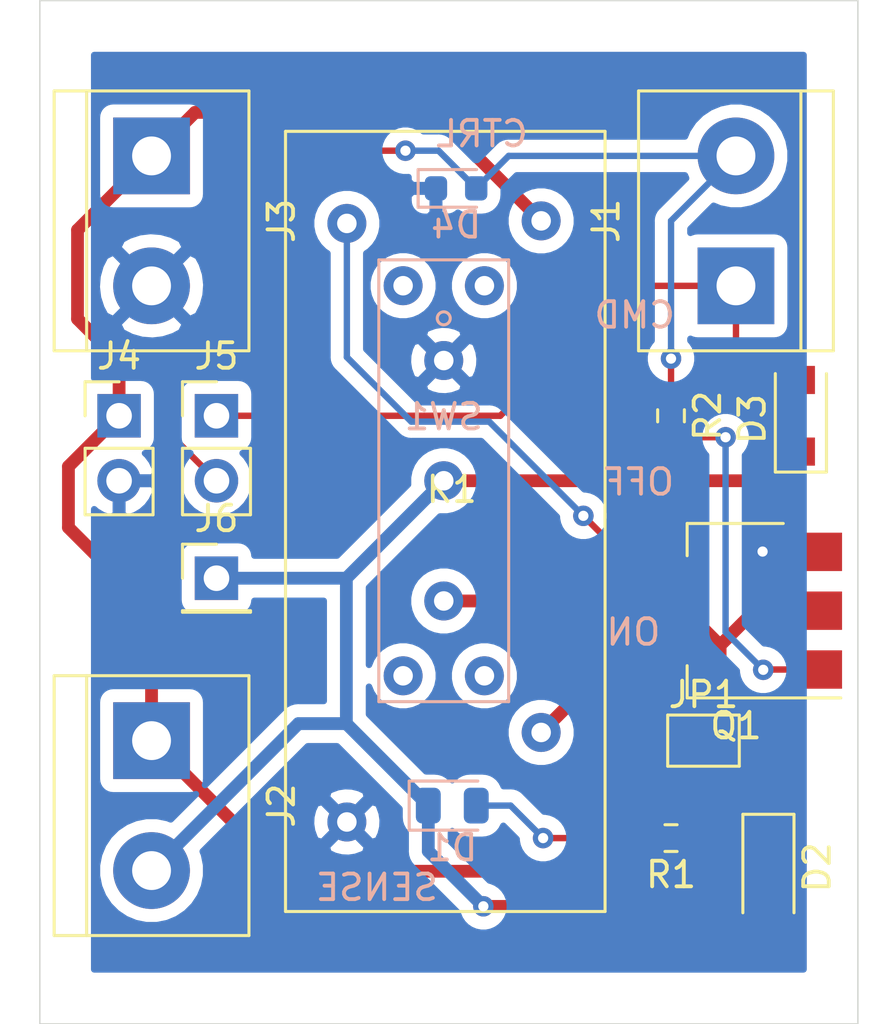
<source format=kicad_pcb>
(kicad_pcb (version 20171130) (host pcbnew "(5.1.10)-1")

  (general
    (thickness 1.6)
    (drawings 9)
    (tracks 86)
    (zones 0)
    (modules 16)
    (nets 10)
  )

  (page A4)
  (layers
    (0 F.Cu signal)
    (31 B.Cu signal)
    (32 B.Adhes user)
    (33 F.Adhes user)
    (34 B.Paste user)
    (35 F.Paste user)
    (36 B.SilkS user)
    (37 F.SilkS user)
    (38 B.Mask user)
    (39 F.Mask user)
    (40 Dwgs.User user)
    (41 Cmts.User user)
    (42 Eco1.User user)
    (43 Eco2.User user)
    (44 Edge.Cuts user)
    (45 Margin user)
    (46 B.CrtYd user)
    (47 F.CrtYd user)
    (48 B.Fab user)
    (49 F.Fab user)
  )

  (setup
    (last_trace_width 0.5)
    (user_trace_width 0.5)
    (trace_clearance 0.2)
    (zone_clearance 0.508)
    (zone_45_only no)
    (trace_min 0.2)
    (via_size 0.8)
    (via_drill 0.4)
    (via_min_size 0.4)
    (via_min_drill 0.3)
    (uvia_size 0.3)
    (uvia_drill 0.1)
    (uvias_allowed no)
    (uvia_min_size 0.2)
    (uvia_min_drill 0.1)
    (edge_width 0.05)
    (segment_width 0.2)
    (pcb_text_width 0.3)
    (pcb_text_size 1.5 1.5)
    (mod_edge_width 0.12)
    (mod_text_size 1 1)
    (mod_text_width 0.15)
    (pad_size 1.524 1.524)
    (pad_drill 0.762)
    (pad_to_mask_clearance 0)
    (aux_axis_origin 0 0)
    (visible_elements FFFFFF7F)
    (pcbplotparams
      (layerselection 0x010fc_ffffffff)
      (usegerberextensions false)
      (usegerberattributes true)
      (usegerberadvancedattributes true)
      (creategerberjobfile true)
      (excludeedgelayer true)
      (linewidth 0.100000)
      (plotframeref false)
      (viasonmask false)
      (mode 1)
      (useauxorigin false)
      (hpglpennumber 1)
      (hpglpenspeed 20)
      (hpglpendiameter 15.000000)
      (psnegative false)
      (psa4output false)
      (plotreference true)
      (plotvalue true)
      (plotinvisibletext false)
      (padsonsilk false)
      (subtractmaskfromsilk false)
      (outputformat 1)
      (mirror false)
      (drillshape 1)
      (scaleselection 1)
      (outputdirectory ""))
  )

  (net 0 "")
  (net 1 "Net-(D1-Pad2)")
  (net 2 LoadOut)
  (net 3 +12V)
  (net 4 SENSE)
  (net 5 CTRL)
  (net 6 GND)
  (net 7 "Net-(JP1-Pad2)")
  (net 8 "Net-(JP1-Pad1)")
  (net 9 "Net-(Q1-Pad1)")

  (net_class Default "This is the default net class."
    (clearance 0.2)
    (trace_width 0.25)
    (via_dia 0.8)
    (via_drill 0.4)
    (uvia_dia 0.3)
    (uvia_drill 0.1)
    (add_net +12V)
    (add_net CTRL)
    (add_net GND)
    (add_net LoadOut)
    (add_net "Net-(D1-Pad2)")
    (add_net "Net-(JP1-Pad1)")
    (add_net "Net-(JP1-Pad2)")
    (add_net "Net-(Q1-Pad1)")
    (add_net SENSE)
  )

  (net_class Power ""
    (clearance 0.3)
    (trace_width 0.5)
    (via_dia 0.8)
    (via_drill 0.4)
    (uvia_dia 0.3)
    (uvia_drill 0.1)
  )

  (module Solenoid_Unit:Relay_OMI-SH-112LM (layer F.Cu) (tedit 63925E33) (tstamp 6392C5B2)
    (at 54.61 54.61)
    (path /6396E9C7)
    (fp_text reference K1 (at -3.5 10.5) (layer F.SilkS)
      (effects (font (size 1 1) (thickness 0.15)))
    )
    (fp_text value "Relay SPST NO" (at -11.5 19 90) (layer F.Fab)
      (effects (font (size 1 1) (thickness 0.15)))
    )
    (fp_line (start -10 -3.5) (end 2.5 -3.5) (layer F.SilkS) (width 0.12))
    (fp_line (start 2.5 27) (end 2.5 -3.5) (layer F.SilkS) (width 0.12))
    (fp_line (start -10 27) (end 2.5 27) (layer F.SilkS) (width 0.12))
    (fp_line (start -10 -3.5) (end -10 27) (layer F.SilkS) (width 0.12))
    (fp_line (start 3 -4) (end -10.5 -4) (layer F.CrtYd) (width 0.12))
    (fp_line (start 3 27.5) (end 3 -4) (layer F.CrtYd) (width 0.12))
    (fp_line (start -10.5 27.5) (end 3 27.5) (layer F.CrtYd) (width 0.12))
    (fp_line (start -10.5 -4) (end -10.5 27.5) (layer F.CrtYd) (width 0.12))
    (pad 6 thru_hole circle (at 0 0) (size 1.524 1.524) (drill 0.762) (layers *.Cu *.Mask)
      (net 3 +12V))
    (pad 5 thru_hole circle (at 0 20) (size 1.524 1.524) (drill 0.762) (layers *.Cu *.Mask)
      (net 8 "Net-(JP1-Pad1)"))
    (pad 3 thru_hole circle (at -7.6 23.5) (size 1.524 1.524) (drill 0.762) (layers *.Cu *.Mask)
      (net 6 GND))
    (pad 1 thru_hole circle (at -7.6 0.1) (size 1.524 1.524) (drill 0.762) (layers *.Cu *.Mask)
      (net 7 "Net-(JP1-Pad2)"))
  )

  (module Solenoid_Unit:SPDT_7101J1 (layer B.Cu) (tedit 639252E9) (tstamp 6392B97F)
    (at 50.8 64.77 180)
    (path /63929BDE)
    (fp_text reference SW1 (at 0 2.5) (layer B.SilkS)
      (effects (font (size 1 1) (thickness 0.15)) (justify mirror))
    )
    (fp_text value SW_SPDT_MSM (at -3.556 -3.81 270) (layer B.Fab)
      (effects (font (size 1 1) (thickness 0.15)) (justify mirror))
    )
    (fp_line (start 2.794 8.89) (end -2.794 8.89) (layer B.CrtYd) (width 0.12))
    (fp_line (start 2.794 -8.89) (end 2.794 8.89) (layer B.CrtYd) (width 0.12))
    (fp_line (start -2.794 -8.89) (end 2.794 -8.89) (layer B.CrtYd) (width 0.12))
    (fp_line (start -2.794 8.89) (end -2.794 -8.89) (layer B.CrtYd) (width 0.12))
    (fp_line (start 2.54 -8.636) (end 2.54 8.636) (layer B.SilkS) (width 0.12))
    (fp_line (start -2.54 -8.636) (end 2.54 -8.636) (layer B.SilkS) (width 0.12))
    (fp_line (start -2.54 8.636) (end -2.54 -8.636) (layer B.SilkS) (width 0.12))
    (fp_line (start -2.54 8.636) (end 2.54 8.636) (layer B.SilkS) (width 0.12))
    (fp_circle (center 0 6.35) (end 0 6.096) (layer B.SilkS) (width 0.12))
    (pad 0 thru_hole circle (at 1.59 -7.625 180) (size 1.524 1.524) (drill 0.762) (layers *.Cu *.Mask))
    (pad 0 thru_hole circle (at -1.59 -7.625 180) (size 1.524 1.524) (drill 0.762) (layers *.Cu *.Mask))
    (pad 0 thru_hole circle (at 1.59 7.625 180) (size 1.524 1.524) (drill 0.762) (layers *.Cu *.Mask))
    (pad 2 thru_hole circle (at 0 0 180) (size 1.524 1.524) (drill 0.762) (layers *.Cu *.Mask)
      (net 2 LoadOut))
    (pad 3 thru_hole circle (at 0 -4.7 180) (size 1.524 1.524) (drill 0.762) (layers *.Cu *.Mask)
      (net 8 "Net-(JP1-Pad1)"))
    (pad 1 thru_hole circle (at 0 4.7 180) (size 1.524 1.524) (drill 0.762) (layers *.Cu *.Mask)
      (net 6 GND))
    (pad 0 thru_hole circle (at -1.59 7.625 180) (size 1.524 1.524) (drill 0.762) (layers *.Cu *.Mask))
  )

  (module Resistor_SMD:R_0603_1608Metric (layer F.Cu) (tedit 5F68FEEE) (tstamp 6392C1BC)
    (at 59.69 62.23 270)
    (descr "Resistor SMD 0603 (1608 Metric), square (rectangular) end terminal, IPC_7351 nominal, (Body size source: IPC-SM-782 page 72, https://www.pcb-3d.com/wordpress/wp-content/uploads/ipc-sm-782a_amendment_1_and_2.pdf), generated with kicad-footprint-generator")
    (tags resistor)
    (path /6392FDA2)
    (attr smd)
    (fp_text reference R2 (at 0 -1.43 90) (layer F.SilkS)
      (effects (font (size 1 1) (thickness 0.15)))
    )
    (fp_text value 100 (at 0 1.43 90) (layer F.Fab)
      (effects (font (size 1 1) (thickness 0.15)))
    )
    (fp_text user %R (at 0 0 90) (layer F.Fab)
      (effects (font (size 0.4 0.4) (thickness 0.06)))
    )
    (fp_line (start -0.8 0.4125) (end -0.8 -0.4125) (layer F.Fab) (width 0.1))
    (fp_line (start -0.8 -0.4125) (end 0.8 -0.4125) (layer F.Fab) (width 0.1))
    (fp_line (start 0.8 -0.4125) (end 0.8 0.4125) (layer F.Fab) (width 0.1))
    (fp_line (start 0.8 0.4125) (end -0.8 0.4125) (layer F.Fab) (width 0.1))
    (fp_line (start -0.237258 -0.5225) (end 0.237258 -0.5225) (layer F.SilkS) (width 0.12))
    (fp_line (start -0.237258 0.5225) (end 0.237258 0.5225) (layer F.SilkS) (width 0.12))
    (fp_line (start -1.48 0.73) (end -1.48 -0.73) (layer F.CrtYd) (width 0.05))
    (fp_line (start -1.48 -0.73) (end 1.48 -0.73) (layer F.CrtYd) (width 0.05))
    (fp_line (start 1.48 -0.73) (end 1.48 0.73) (layer F.CrtYd) (width 0.05))
    (fp_line (start 1.48 0.73) (end -1.48 0.73) (layer F.CrtYd) (width 0.05))
    (pad 2 smd roundrect (at 0.825 0 270) (size 0.8 0.95) (layers F.Cu F.Paste F.Mask) (roundrect_rratio 0.25)
      (net 9 "Net-(Q1-Pad1)"))
    (pad 1 smd roundrect (at -0.825 0 270) (size 0.8 0.95) (layers F.Cu F.Paste F.Mask) (roundrect_rratio 0.25)
      (net 5 CTRL))
    (model ${KISYS3DMOD}/Resistor_SMD.3dshapes/R_0603_1608Metric.wrl
      (at (xyz 0 0 0))
      (scale (xyz 1 1 1))
      (rotate (xyz 0 0 0))
    )
  )

  (module Resistor_SMD:R_0603_1608Metric (layer F.Cu) (tedit 5F68FEEE) (tstamp 6392BB19)
    (at 59.69 78.74 180)
    (descr "Resistor SMD 0603 (1608 Metric), square (rectangular) end terminal, IPC_7351 nominal, (Body size source: IPC-SM-782 page 72, https://www.pcb-3d.com/wordpress/wp-content/uploads/ipc-sm-782a_amendment_1_and_2.pdf), generated with kicad-footprint-generator")
    (tags resistor)
    (path /63926DD1)
    (attr smd)
    (fp_text reference R1 (at 0 -1.43) (layer F.SilkS)
      (effects (font (size 1 1) (thickness 0.15)))
    )
    (fp_text value 470 (at 0 1.43) (layer F.Fab)
      (effects (font (size 1 1) (thickness 0.15)))
    )
    (fp_text user %R (at 0 0) (layer F.Fab)
      (effects (font (size 0.4 0.4) (thickness 0.06)))
    )
    (fp_line (start -0.8 0.4125) (end -0.8 -0.4125) (layer F.Fab) (width 0.1))
    (fp_line (start -0.8 -0.4125) (end 0.8 -0.4125) (layer F.Fab) (width 0.1))
    (fp_line (start 0.8 -0.4125) (end 0.8 0.4125) (layer F.Fab) (width 0.1))
    (fp_line (start 0.8 0.4125) (end -0.8 0.4125) (layer F.Fab) (width 0.1))
    (fp_line (start -0.237258 -0.5225) (end 0.237258 -0.5225) (layer F.SilkS) (width 0.12))
    (fp_line (start -0.237258 0.5225) (end 0.237258 0.5225) (layer F.SilkS) (width 0.12))
    (fp_line (start -1.48 0.73) (end -1.48 -0.73) (layer F.CrtYd) (width 0.05))
    (fp_line (start -1.48 -0.73) (end 1.48 -0.73) (layer F.CrtYd) (width 0.05))
    (fp_line (start 1.48 -0.73) (end 1.48 0.73) (layer F.CrtYd) (width 0.05))
    (fp_line (start 1.48 0.73) (end -1.48 0.73) (layer F.CrtYd) (width 0.05))
    (pad 2 smd roundrect (at 0.825 0 180) (size 0.8 0.95) (layers F.Cu F.Paste F.Mask) (roundrect_rratio 0.25)
      (net 1 "Net-(D1-Pad2)"))
    (pad 1 smd roundrect (at -0.825 0 180) (size 0.8 0.95) (layers F.Cu F.Paste F.Mask) (roundrect_rratio 0.25)
      (net 3 +12V))
    (model ${KISYS3DMOD}/Resistor_SMD.3dshapes/R_0603_1608Metric.wrl
      (at (xyz 0 0 0))
      (scale (xyz 1 1 1))
      (rotate (xyz 0 0 0))
    )
  )

  (module Package_TO_SOT_SMD:SOT-223-3_TabPin2 (layer F.Cu) (tedit 5A02FF57) (tstamp 6392B60A)
    (at 62.23 69.85 180)
    (descr "module CMS SOT223 4 pins")
    (tags "CMS SOT")
    (path /6392C1EF)
    (attr smd)
    (fp_text reference Q1 (at 0 -4.5) (layer F.SilkS)
      (effects (font (size 1 1) (thickness 0.15)))
    )
    (fp_text value FZT600BTA (at 0 4.5) (layer F.Fab)
      (effects (font (size 1 1) (thickness 0.15)))
    )
    (fp_text user %R (at 0 0 90) (layer F.Fab)
      (effects (font (size 0.8 0.8) (thickness 0.12)))
    )
    (fp_line (start 1.91 3.41) (end 1.91 2.15) (layer F.SilkS) (width 0.12))
    (fp_line (start 1.91 -3.41) (end 1.91 -2.15) (layer F.SilkS) (width 0.12))
    (fp_line (start 4.4 -3.6) (end -4.4 -3.6) (layer F.CrtYd) (width 0.05))
    (fp_line (start 4.4 3.6) (end 4.4 -3.6) (layer F.CrtYd) (width 0.05))
    (fp_line (start -4.4 3.6) (end 4.4 3.6) (layer F.CrtYd) (width 0.05))
    (fp_line (start -4.4 -3.6) (end -4.4 3.6) (layer F.CrtYd) (width 0.05))
    (fp_line (start -1.85 -2.35) (end -0.85 -3.35) (layer F.Fab) (width 0.1))
    (fp_line (start -1.85 -2.35) (end -1.85 3.35) (layer F.Fab) (width 0.1))
    (fp_line (start -1.85 3.41) (end 1.91 3.41) (layer F.SilkS) (width 0.12))
    (fp_line (start -0.85 -3.35) (end 1.85 -3.35) (layer F.Fab) (width 0.1))
    (fp_line (start -4.1 -3.41) (end 1.91 -3.41) (layer F.SilkS) (width 0.12))
    (fp_line (start -1.85 3.35) (end 1.85 3.35) (layer F.Fab) (width 0.1))
    (fp_line (start 1.85 -3.35) (end 1.85 3.35) (layer F.Fab) (width 0.1))
    (pad 1 smd rect (at -3.15 -2.3 180) (size 2 1.5) (layers F.Cu F.Paste F.Mask)
      (net 9 "Net-(Q1-Pad1)"))
    (pad 3 smd rect (at -3.15 2.3 180) (size 2 1.5) (layers F.Cu F.Paste F.Mask)
      (net 6 GND))
    (pad 2 smd rect (at -3.15 0 180) (size 2 1.5) (layers F.Cu F.Paste F.Mask)
      (net 7 "Net-(JP1-Pad2)"))
    (pad 2 smd rect (at 3.15 0 180) (size 2 3.8) (layers F.Cu F.Paste F.Mask)
      (net 7 "Net-(JP1-Pad2)"))
    (model ${KISYS3DMOD}/Package_TO_SOT_SMD.3dshapes/SOT-223.wrl
      (at (xyz 0 0 0))
      (scale (xyz 1 1 1))
      (rotate (xyz 0 0 0))
    )
  )

  (module Jumper:SolderJumper-2_P1.3mm_Bridged_Pad1.0x1.5mm (layer F.Cu) (tedit 5C756AB2) (tstamp 6392B5E4)
    (at 60.96 74.93)
    (descr "SMD Solder Jumper, 1x1.5mm Pads, 0.3mm gap, bridged with 1 copper strip")
    (tags "solder jumper open")
    (path /639733C9)
    (attr virtual)
    (fp_text reference JP1 (at 0 -1.8) (layer F.SilkS)
      (effects (font (size 1 1) (thickness 0.15)))
    )
    (fp_text value Jumper (at 0 1.9) (layer F.Fab)
      (effects (font (size 1 1) (thickness 0.15)))
    )
    (fp_line (start -1.4 1) (end -1.4 -1) (layer F.SilkS) (width 0.12))
    (fp_line (start 1.4 1) (end -1.4 1) (layer F.SilkS) (width 0.12))
    (fp_line (start 1.4 -1) (end 1.4 1) (layer F.SilkS) (width 0.12))
    (fp_line (start -1.4 -1) (end 1.4 -1) (layer F.SilkS) (width 0.12))
    (fp_line (start -1.65 -1.25) (end 1.65 -1.25) (layer F.CrtYd) (width 0.05))
    (fp_line (start -1.65 -1.25) (end -1.65 1.25) (layer F.CrtYd) (width 0.05))
    (fp_line (start 1.65 1.25) (end 1.65 -1.25) (layer F.CrtYd) (width 0.05))
    (fp_line (start 1.65 1.25) (end -1.65 1.25) (layer F.CrtYd) (width 0.05))
    (fp_poly (pts (xy -0.25 -0.3) (xy 0.25 -0.3) (xy 0.25 0.3) (xy -0.25 0.3)) (layer F.Cu) (width 0))
    (pad 2 smd rect (at 0.65 0) (size 1 1.5) (layers F.Cu F.Mask)
      (net 7 "Net-(JP1-Pad2)"))
    (pad 1 smd rect (at -0.65 0) (size 1 1.5) (layers F.Cu F.Mask)
      (net 8 "Net-(JP1-Pad1)"))
  )

  (module Connector_PinHeader_2.54mm:PinHeader_1x01_P2.54mm_Vertical (layer F.Cu) (tedit 59FED5CC) (tstamp 6392C7A4)
    (at 41.91 68.58)
    (descr "Through hole straight pin header, 1x01, 2.54mm pitch, single row")
    (tags "Through hole pin header THT 1x01 2.54mm single row")
    (path /639625D9)
    (fp_text reference J6 (at 0 -2.33) (layer F.SilkS)
      (effects (font (size 1 1) (thickness 0.15)))
    )
    (fp_text value DebugPins (at 0 2.33) (layer F.Fab)
      (effects (font (size 1 1) (thickness 0.15)))
    )
    (fp_text user %R (at 0 0 90) (layer F.Fab)
      (effects (font (size 1 1) (thickness 0.15)))
    )
    (fp_line (start -0.635 -1.27) (end 1.27 -1.27) (layer F.Fab) (width 0.1))
    (fp_line (start 1.27 -1.27) (end 1.27 1.27) (layer F.Fab) (width 0.1))
    (fp_line (start 1.27 1.27) (end -1.27 1.27) (layer F.Fab) (width 0.1))
    (fp_line (start -1.27 1.27) (end -1.27 -0.635) (layer F.Fab) (width 0.1))
    (fp_line (start -1.27 -0.635) (end -0.635 -1.27) (layer F.Fab) (width 0.1))
    (fp_line (start -1.33 1.33) (end 1.33 1.33) (layer F.SilkS) (width 0.12))
    (fp_line (start -1.33 1.27) (end -1.33 1.33) (layer F.SilkS) (width 0.12))
    (fp_line (start 1.33 1.27) (end 1.33 1.33) (layer F.SilkS) (width 0.12))
    (fp_line (start -1.33 1.27) (end 1.33 1.27) (layer F.SilkS) (width 0.12))
    (fp_line (start -1.33 0) (end -1.33 -1.33) (layer F.SilkS) (width 0.12))
    (fp_line (start -1.33 -1.33) (end 0 -1.33) (layer F.SilkS) (width 0.12))
    (fp_line (start -1.8 -1.8) (end -1.8 1.8) (layer F.CrtYd) (width 0.05))
    (fp_line (start -1.8 1.8) (end 1.8 1.8) (layer F.CrtYd) (width 0.05))
    (fp_line (start 1.8 1.8) (end 1.8 -1.8) (layer F.CrtYd) (width 0.05))
    (fp_line (start 1.8 -1.8) (end -1.8 -1.8) (layer F.CrtYd) (width 0.05))
    (pad 1 thru_hole rect (at 0 0) (size 1.7 1.7) (drill 1) (layers *.Cu *.Mask)
      (net 2 LoadOut))
    (model ${KISYS3DMOD}/Connector_PinHeader_2.54mm.3dshapes/PinHeader_1x01_P2.54mm_Vertical.wrl
      (at (xyz 0 0 0))
      (scale (xyz 1 1 1))
      (rotate (xyz 0 0 0))
    )
  )

  (module Connector_PinHeader_2.54mm:PinHeader_1x02_P2.54mm_Vertical (layer F.Cu) (tedit 59FED5CC) (tstamp 6392C974)
    (at 41.91 62.23)
    (descr "Through hole straight pin header, 1x02, 2.54mm pitch, single row")
    (tags "Through hole pin header THT 1x02 2.54mm single row")
    (path /63960ACF)
    (fp_text reference J5 (at 0 -2.33) (layer F.SilkS)
      (effects (font (size 1 1) (thickness 0.15)))
    )
    (fp_text value CtrlPins (at 0 4.87) (layer F.Fab)
      (effects (font (size 1 1) (thickness 0.15)))
    )
    (fp_text user %R (at 0 1.27 90) (layer F.Fab)
      (effects (font (size 1 1) (thickness 0.15)))
    )
    (fp_line (start -0.635 -1.27) (end 1.27 -1.27) (layer F.Fab) (width 0.1))
    (fp_line (start 1.27 -1.27) (end 1.27 3.81) (layer F.Fab) (width 0.1))
    (fp_line (start 1.27 3.81) (end -1.27 3.81) (layer F.Fab) (width 0.1))
    (fp_line (start -1.27 3.81) (end -1.27 -0.635) (layer F.Fab) (width 0.1))
    (fp_line (start -1.27 -0.635) (end -0.635 -1.27) (layer F.Fab) (width 0.1))
    (fp_line (start -1.33 3.87) (end 1.33 3.87) (layer F.SilkS) (width 0.12))
    (fp_line (start -1.33 1.27) (end -1.33 3.87) (layer F.SilkS) (width 0.12))
    (fp_line (start 1.33 1.27) (end 1.33 3.87) (layer F.SilkS) (width 0.12))
    (fp_line (start -1.33 1.27) (end 1.33 1.27) (layer F.SilkS) (width 0.12))
    (fp_line (start -1.33 0) (end -1.33 -1.33) (layer F.SilkS) (width 0.12))
    (fp_line (start -1.33 -1.33) (end 0 -1.33) (layer F.SilkS) (width 0.12))
    (fp_line (start -1.8 -1.8) (end -1.8 4.35) (layer F.CrtYd) (width 0.05))
    (fp_line (start -1.8 4.35) (end 1.8 4.35) (layer F.CrtYd) (width 0.05))
    (fp_line (start 1.8 4.35) (end 1.8 -1.8) (layer F.CrtYd) (width 0.05))
    (fp_line (start 1.8 -1.8) (end -1.8 -1.8) (layer F.CrtYd) (width 0.05))
    (pad 2 thru_hole oval (at 0 2.54) (size 1.7 1.7) (drill 1) (layers *.Cu *.Mask)
      (net 5 CTRL))
    (pad 1 thru_hole rect (at 0 0) (size 1.7 1.7) (drill 1) (layers *.Cu *.Mask)
      (net 4 SENSE))
    (model ${KISYS3DMOD}/Connector_PinHeader_2.54mm.3dshapes/PinHeader_1x02_P2.54mm_Vertical.wrl
      (at (xyz 0 0 0))
      (scale (xyz 1 1 1))
      (rotate (xyz 0 0 0))
    )
  )

  (module Connector_PinHeader_2.54mm:PinHeader_1x02_P2.54mm_Vertical (layer F.Cu) (tedit 59FED5CC) (tstamp 6392C8B5)
    (at 38.1 62.23)
    (descr "Through hole straight pin header, 1x02, 2.54mm pitch, single row")
    (tags "Through hole pin header THT 1x02 2.54mm single row")
    (path /63961DB0)
    (fp_text reference J4 (at 0 -2.33) (layer F.SilkS)
      (effects (font (size 1 1) (thickness 0.15)))
    )
    (fp_text value PwrPins (at 0 4.87) (layer F.Fab)
      (effects (font (size 1 1) (thickness 0.15)))
    )
    (fp_text user %R (at 0 1.27 90) (layer F.Fab)
      (effects (font (size 1 1) (thickness 0.15)))
    )
    (fp_line (start -0.635 -1.27) (end 1.27 -1.27) (layer F.Fab) (width 0.1))
    (fp_line (start 1.27 -1.27) (end 1.27 3.81) (layer F.Fab) (width 0.1))
    (fp_line (start 1.27 3.81) (end -1.27 3.81) (layer F.Fab) (width 0.1))
    (fp_line (start -1.27 3.81) (end -1.27 -0.635) (layer F.Fab) (width 0.1))
    (fp_line (start -1.27 -0.635) (end -0.635 -1.27) (layer F.Fab) (width 0.1))
    (fp_line (start -1.33 3.87) (end 1.33 3.87) (layer F.SilkS) (width 0.12))
    (fp_line (start -1.33 1.27) (end -1.33 3.87) (layer F.SilkS) (width 0.12))
    (fp_line (start 1.33 1.27) (end 1.33 3.87) (layer F.SilkS) (width 0.12))
    (fp_line (start -1.33 1.27) (end 1.33 1.27) (layer F.SilkS) (width 0.12))
    (fp_line (start -1.33 0) (end -1.33 -1.33) (layer F.SilkS) (width 0.12))
    (fp_line (start -1.33 -1.33) (end 0 -1.33) (layer F.SilkS) (width 0.12))
    (fp_line (start -1.8 -1.8) (end -1.8 4.35) (layer F.CrtYd) (width 0.05))
    (fp_line (start -1.8 4.35) (end 1.8 4.35) (layer F.CrtYd) (width 0.05))
    (fp_line (start 1.8 4.35) (end 1.8 -1.8) (layer F.CrtYd) (width 0.05))
    (fp_line (start 1.8 -1.8) (end -1.8 -1.8) (layer F.CrtYd) (width 0.05))
    (pad 2 thru_hole oval (at 0 2.54) (size 1.7 1.7) (drill 1) (layers *.Cu *.Mask)
      (net 6 GND))
    (pad 1 thru_hole rect (at 0 0) (size 1.7 1.7) (drill 1) (layers *.Cu *.Mask)
      (net 3 +12V))
    (model ${KISYS3DMOD}/Connector_PinHeader_2.54mm.3dshapes/PinHeader_1x02_P2.54mm_Vertical.wrl
      (at (xyz 0 0 0))
      (scale (xyz 1 1 1))
      (rotate (xyz 0 0 0))
    )
  )

  (module TerminalBlock:TerminalBlock_bornier-2_P5.08mm (layer F.Cu) (tedit 59FF03AB) (tstamp 6392B594)
    (at 39.37 52.07 270)
    (descr "simple 2-pin terminal block, pitch 5.08mm, revamped version of bornier2")
    (tags "terminal block bornier2")
    (path /63925F6B)
    (fp_text reference J3 (at 2.54 -5.08 90) (layer F.SilkS)
      (effects (font (size 1 1) (thickness 0.15)))
    )
    (fp_text value PwrTerm (at 2.54 5.08 90) (layer F.Fab)
      (effects (font (size 1 1) (thickness 0.15)))
    )
    (fp_text user %R (at 2.54 0 90) (layer F.Fab)
      (effects (font (size 1 1) (thickness 0.15)))
    )
    (fp_line (start -2.41 2.55) (end 7.49 2.55) (layer F.Fab) (width 0.1))
    (fp_line (start -2.46 -3.75) (end -2.46 3.75) (layer F.Fab) (width 0.1))
    (fp_line (start -2.46 3.75) (end 7.54 3.75) (layer F.Fab) (width 0.1))
    (fp_line (start 7.54 3.75) (end 7.54 -3.75) (layer F.Fab) (width 0.1))
    (fp_line (start 7.54 -3.75) (end -2.46 -3.75) (layer F.Fab) (width 0.1))
    (fp_line (start 7.62 2.54) (end -2.54 2.54) (layer F.SilkS) (width 0.12))
    (fp_line (start 7.62 3.81) (end 7.62 -3.81) (layer F.SilkS) (width 0.12))
    (fp_line (start 7.62 -3.81) (end -2.54 -3.81) (layer F.SilkS) (width 0.12))
    (fp_line (start -2.54 -3.81) (end -2.54 3.81) (layer F.SilkS) (width 0.12))
    (fp_line (start -2.54 3.81) (end 7.62 3.81) (layer F.SilkS) (width 0.12))
    (fp_line (start -2.71 -4) (end 7.79 -4) (layer F.CrtYd) (width 0.05))
    (fp_line (start -2.71 -4) (end -2.71 4) (layer F.CrtYd) (width 0.05))
    (fp_line (start 7.79 4) (end 7.79 -4) (layer F.CrtYd) (width 0.05))
    (fp_line (start 7.79 4) (end -2.71 4) (layer F.CrtYd) (width 0.05))
    (pad 2 thru_hole circle (at 5.08 0 270) (size 3 3) (drill 1.52) (layers *.Cu *.Mask)
      (net 6 GND))
    (pad 1 thru_hole rect (at 0 0 270) (size 3 3) (drill 1.52) (layers *.Cu *.Mask)
      (net 3 +12V))
    (model ${KISYS3DMOD}/TerminalBlock.3dshapes/TerminalBlock_bornier-2_P5.08mm.wrl
      (offset (xyz 2.539999961853027 0 0))
      (scale (xyz 1 1 1))
      (rotate (xyz 0 0 0))
    )
  )

  (module TerminalBlock:TerminalBlock_bornier-2_P5.08mm (layer F.Cu) (tedit 59FF03AB) (tstamp 6392B57F)
    (at 39.37 74.93 270)
    (descr "simple 2-pin terminal block, pitch 5.08mm, revamped version of bornier2")
    (tags "terminal block bornier2")
    (path /6392A109)
    (fp_text reference J2 (at 2.54 -5.08 90) (layer F.SilkS)
      (effects (font (size 1 1) (thickness 0.15)))
    )
    (fp_text value LoadTerm (at 2.54 5.08 90) (layer F.Fab)
      (effects (font (size 1 1) (thickness 0.15)))
    )
    (fp_text user %R (at 2.54 0 90) (layer F.Fab)
      (effects (font (size 1 1) (thickness 0.15)))
    )
    (fp_line (start -2.41 2.55) (end 7.49 2.55) (layer F.Fab) (width 0.1))
    (fp_line (start -2.46 -3.75) (end -2.46 3.75) (layer F.Fab) (width 0.1))
    (fp_line (start -2.46 3.75) (end 7.54 3.75) (layer F.Fab) (width 0.1))
    (fp_line (start 7.54 3.75) (end 7.54 -3.75) (layer F.Fab) (width 0.1))
    (fp_line (start 7.54 -3.75) (end -2.46 -3.75) (layer F.Fab) (width 0.1))
    (fp_line (start 7.62 2.54) (end -2.54 2.54) (layer F.SilkS) (width 0.12))
    (fp_line (start 7.62 3.81) (end 7.62 -3.81) (layer F.SilkS) (width 0.12))
    (fp_line (start 7.62 -3.81) (end -2.54 -3.81) (layer F.SilkS) (width 0.12))
    (fp_line (start -2.54 -3.81) (end -2.54 3.81) (layer F.SilkS) (width 0.12))
    (fp_line (start -2.54 3.81) (end 7.62 3.81) (layer F.SilkS) (width 0.12))
    (fp_line (start -2.71 -4) (end 7.79 -4) (layer F.CrtYd) (width 0.05))
    (fp_line (start -2.71 -4) (end -2.71 4) (layer F.CrtYd) (width 0.05))
    (fp_line (start 7.79 4) (end 7.79 -4) (layer F.CrtYd) (width 0.05))
    (fp_line (start 7.79 4) (end -2.71 4) (layer F.CrtYd) (width 0.05))
    (pad 2 thru_hole circle (at 5.08 0 270) (size 3 3) (drill 1.52) (layers *.Cu *.Mask)
      (net 2 LoadOut))
    (pad 1 thru_hole rect (at 0 0 270) (size 3 3) (drill 1.52) (layers *.Cu *.Mask)
      (net 3 +12V))
    (model ${KISYS3DMOD}/TerminalBlock.3dshapes/TerminalBlock_bornier-2_P5.08mm.wrl
      (offset (xyz 2.539999961853027 0 0))
      (scale (xyz 1 1 1))
      (rotate (xyz 0 0 0))
    )
  )

  (module TerminalBlock:TerminalBlock_bornier-2_P5.08mm (layer F.Cu) (tedit 59FF03AB) (tstamp 6392C22D)
    (at 62.23 57.15 90)
    (descr "simple 2-pin terminal block, pitch 5.08mm, revamped version of bornier2")
    (tags "terminal block bornier2")
    (path /63923604)
    (fp_text reference J1 (at 2.54 -5.08 90) (layer F.SilkS)
      (effects (font (size 1 1) (thickness 0.15)))
    )
    (fp_text value CtrlTerm (at 2.54 5.08 90) (layer F.Fab)
      (effects (font (size 1 1) (thickness 0.15)))
    )
    (fp_text user %R (at 2.54 0 90) (layer F.Fab)
      (effects (font (size 1 1) (thickness 0.15)))
    )
    (fp_line (start -2.41 2.55) (end 7.49 2.55) (layer F.Fab) (width 0.1))
    (fp_line (start -2.46 -3.75) (end -2.46 3.75) (layer F.Fab) (width 0.1))
    (fp_line (start -2.46 3.75) (end 7.54 3.75) (layer F.Fab) (width 0.1))
    (fp_line (start 7.54 3.75) (end 7.54 -3.75) (layer F.Fab) (width 0.1))
    (fp_line (start 7.54 -3.75) (end -2.46 -3.75) (layer F.Fab) (width 0.1))
    (fp_line (start 7.62 2.54) (end -2.54 2.54) (layer F.SilkS) (width 0.12))
    (fp_line (start 7.62 3.81) (end 7.62 -3.81) (layer F.SilkS) (width 0.12))
    (fp_line (start 7.62 -3.81) (end -2.54 -3.81) (layer F.SilkS) (width 0.12))
    (fp_line (start -2.54 -3.81) (end -2.54 3.81) (layer F.SilkS) (width 0.12))
    (fp_line (start -2.54 3.81) (end 7.62 3.81) (layer F.SilkS) (width 0.12))
    (fp_line (start -2.71 -4) (end 7.79 -4) (layer F.CrtYd) (width 0.05))
    (fp_line (start -2.71 -4) (end -2.71 4) (layer F.CrtYd) (width 0.05))
    (fp_line (start 7.79 4) (end 7.79 -4) (layer F.CrtYd) (width 0.05))
    (fp_line (start 7.79 4) (end -2.71 4) (layer F.CrtYd) (width 0.05))
    (pad 2 thru_hole circle (at 5.08 0 90) (size 3 3) (drill 1.52) (layers *.Cu *.Mask)
      (net 5 CTRL))
    (pad 1 thru_hole rect (at 0 0 90) (size 3 3) (drill 1.52) (layers *.Cu *.Mask)
      (net 4 SENSE))
    (model ${KISYS3DMOD}/TerminalBlock.3dshapes/TerminalBlock_bornier-2_P5.08mm.wrl
      (offset (xyz 2.539999961853027 0 0))
      (scale (xyz 1 1 1))
      (rotate (xyz 0 0 0))
    )
  )

  (module LED_SMD:LED_0603_1608Metric (layer B.Cu) (tedit 5F68FEF1) (tstamp 6392B555)
    (at 51.2825 53.34)
    (descr "LED SMD 0603 (1608 Metric), square (rectangular) end terminal, IPC_7351 nominal, (Body size source: http://www.tortai-tech.com/upload/download/2011102023233369053.pdf), generated with kicad-footprint-generator")
    (tags LED)
    (path /63924EBB)
    (attr smd)
    (fp_text reference D4 (at 0 1.43) (layer B.SilkS)
      (effects (font (size 1 1) (thickness 0.15)) (justify mirror))
    )
    (fp_text value CTRL_GLED (at 0 -1.43) (layer B.Fab)
      (effects (font (size 1 1) (thickness 0.15)) (justify mirror))
    )
    (fp_text user %R (at 0 0) (layer B.Fab)
      (effects (font (size 0.4 0.4) (thickness 0.06)) (justify mirror))
    )
    (fp_line (start 0.8 0.4) (end -0.5 0.4) (layer B.Fab) (width 0.1))
    (fp_line (start -0.5 0.4) (end -0.8 0.1) (layer B.Fab) (width 0.1))
    (fp_line (start -0.8 0.1) (end -0.8 -0.4) (layer B.Fab) (width 0.1))
    (fp_line (start -0.8 -0.4) (end 0.8 -0.4) (layer B.Fab) (width 0.1))
    (fp_line (start 0.8 -0.4) (end 0.8 0.4) (layer B.Fab) (width 0.1))
    (fp_line (start 0.8 0.735) (end -1.485 0.735) (layer B.SilkS) (width 0.12))
    (fp_line (start -1.485 0.735) (end -1.485 -0.735) (layer B.SilkS) (width 0.12))
    (fp_line (start -1.485 -0.735) (end 0.8 -0.735) (layer B.SilkS) (width 0.12))
    (fp_line (start -1.48 -0.73) (end -1.48 0.73) (layer B.CrtYd) (width 0.05))
    (fp_line (start -1.48 0.73) (end 1.48 0.73) (layer B.CrtYd) (width 0.05))
    (fp_line (start 1.48 0.73) (end 1.48 -0.73) (layer B.CrtYd) (width 0.05))
    (fp_line (start 1.48 -0.73) (end -1.48 -0.73) (layer B.CrtYd) (width 0.05))
    (pad 2 smd roundrect (at 0.7875 0) (size 0.875 0.95) (layers B.Cu B.Paste B.Mask) (roundrect_rratio 0.25)
      (net 5 CTRL))
    (pad 1 smd roundrect (at -0.7875 0) (size 0.875 0.95) (layers B.Cu B.Paste B.Mask) (roundrect_rratio 0.25)
      (net 6 GND))
    (model ${KISYS3DMOD}/LED_SMD.3dshapes/LED_0603_1608Metric.wrl
      (at (xyz 0 0 0))
      (scale (xyz 1 1 1))
      (rotate (xyz 0 0 0))
    )
  )

  (module Diode_SMD:D_SOD-123F (layer F.Cu) (tedit 587F7769) (tstamp 6392B542)
    (at 64.77 62.23 90)
    (descr D_SOD-123F)
    (tags D_SOD-123F)
    (path /63930BC6)
    (attr smd)
    (fp_text reference D3 (at -0.127 -1.905 90) (layer F.SilkS)
      (effects (font (size 1 1) (thickness 0.15)))
    )
    (fp_text value D (at 0 2.1 90) (layer F.Fab)
      (effects (font (size 1 1) (thickness 0.15)))
    )
    (fp_text user %R (at -0.127 -1.905 90) (layer F.Fab)
      (effects (font (size 1 1) (thickness 0.15)))
    )
    (fp_line (start -2.2 -1) (end -2.2 1) (layer F.SilkS) (width 0.12))
    (fp_line (start 0.25 0) (end 0.75 0) (layer F.Fab) (width 0.1))
    (fp_line (start 0.25 0.4) (end -0.35 0) (layer F.Fab) (width 0.1))
    (fp_line (start 0.25 -0.4) (end 0.25 0.4) (layer F.Fab) (width 0.1))
    (fp_line (start -0.35 0) (end 0.25 -0.4) (layer F.Fab) (width 0.1))
    (fp_line (start -0.35 0) (end -0.35 0.55) (layer F.Fab) (width 0.1))
    (fp_line (start -0.35 0) (end -0.35 -0.55) (layer F.Fab) (width 0.1))
    (fp_line (start -0.75 0) (end -0.35 0) (layer F.Fab) (width 0.1))
    (fp_line (start -1.4 0.9) (end -1.4 -0.9) (layer F.Fab) (width 0.1))
    (fp_line (start 1.4 0.9) (end -1.4 0.9) (layer F.Fab) (width 0.1))
    (fp_line (start 1.4 -0.9) (end 1.4 0.9) (layer F.Fab) (width 0.1))
    (fp_line (start -1.4 -0.9) (end 1.4 -0.9) (layer F.Fab) (width 0.1))
    (fp_line (start -2.2 -1.15) (end 2.2 -1.15) (layer F.CrtYd) (width 0.05))
    (fp_line (start 2.2 -1.15) (end 2.2 1.15) (layer F.CrtYd) (width 0.05))
    (fp_line (start 2.2 1.15) (end -2.2 1.15) (layer F.CrtYd) (width 0.05))
    (fp_line (start -2.2 -1.15) (end -2.2 1.15) (layer F.CrtYd) (width 0.05))
    (fp_line (start -2.2 1) (end 1.65 1) (layer F.SilkS) (width 0.12))
    (fp_line (start -2.2 -1) (end 1.65 -1) (layer F.SilkS) (width 0.12))
    (pad 2 smd rect (at 1.4 0 90) (size 1.1 1.1) (layers F.Cu F.Paste F.Mask)
      (net 4 SENSE))
    (pad 1 smd rect (at -1.4 0 90) (size 1.1 1.1) (layers F.Cu F.Paste F.Mask)
      (net 2 LoadOut))
    (model ${KISYS3DMOD}/Diode_SMD.3dshapes/D_SOD-123F.wrl
      (at (xyz 0 0 0))
      (scale (xyz 1 1 1))
      (rotate (xyz 0 0 0))
    )
  )

  (module Diode_SMD:D_SOD-123F (layer F.Cu) (tedit 587F7769) (tstamp 6392B529)
    (at 63.5 80.01 270)
    (descr D_SOD-123F)
    (tags D_SOD-123F)
    (path /6392FF24)
    (attr smd)
    (fp_text reference D2 (at -0.127 -1.905 90) (layer F.SilkS)
      (effects (font (size 1 1) (thickness 0.15)))
    )
    (fp_text value D (at 0 2.1 90) (layer F.Fab)
      (effects (font (size 1 1) (thickness 0.15)))
    )
    (fp_text user %R (at -0.127 -1.905 90) (layer F.Fab)
      (effects (font (size 1 1) (thickness 0.15)))
    )
    (fp_line (start -2.2 -1) (end -2.2 1) (layer F.SilkS) (width 0.12))
    (fp_line (start 0.25 0) (end 0.75 0) (layer F.Fab) (width 0.1))
    (fp_line (start 0.25 0.4) (end -0.35 0) (layer F.Fab) (width 0.1))
    (fp_line (start 0.25 -0.4) (end 0.25 0.4) (layer F.Fab) (width 0.1))
    (fp_line (start -0.35 0) (end 0.25 -0.4) (layer F.Fab) (width 0.1))
    (fp_line (start -0.35 0) (end -0.35 0.55) (layer F.Fab) (width 0.1))
    (fp_line (start -0.35 0) (end -0.35 -0.55) (layer F.Fab) (width 0.1))
    (fp_line (start -0.75 0) (end -0.35 0) (layer F.Fab) (width 0.1))
    (fp_line (start -1.4 0.9) (end -1.4 -0.9) (layer F.Fab) (width 0.1))
    (fp_line (start 1.4 0.9) (end -1.4 0.9) (layer F.Fab) (width 0.1))
    (fp_line (start 1.4 -0.9) (end 1.4 0.9) (layer F.Fab) (width 0.1))
    (fp_line (start -1.4 -0.9) (end 1.4 -0.9) (layer F.Fab) (width 0.1))
    (fp_line (start -2.2 -1.15) (end 2.2 -1.15) (layer F.CrtYd) (width 0.05))
    (fp_line (start 2.2 -1.15) (end 2.2 1.15) (layer F.CrtYd) (width 0.05))
    (fp_line (start 2.2 1.15) (end -2.2 1.15) (layer F.CrtYd) (width 0.05))
    (fp_line (start -2.2 -1.15) (end -2.2 1.15) (layer F.CrtYd) (width 0.05))
    (fp_line (start -2.2 1) (end 1.65 1) (layer F.SilkS) (width 0.12))
    (fp_line (start -2.2 -1) (end 1.65 -1) (layer F.SilkS) (width 0.12))
    (pad 2 smd rect (at 1.4 0 270) (size 1.1 1.1) (layers F.Cu F.Paste F.Mask)
      (net 2 LoadOut))
    (pad 1 smd rect (at -1.4 0 270) (size 1.1 1.1) (layers F.Cu F.Paste F.Mask)
      (net 3 +12V))
    (model ${KISYS3DMOD}/Diode_SMD.3dshapes/D_SOD-123F.wrl
      (at (xyz 0 0 0))
      (scale (xyz 1 1 1))
      (rotate (xyz 0 0 0))
    )
  )

  (module LED_SMD:LED_0805_2012Metric (layer B.Cu) (tedit 5F68FEF1) (tstamp 6392B510)
    (at 51.1325 77.47)
    (descr "LED SMD 0805 (2012 Metric), square (rectangular) end terminal, IPC_7351 nominal, (Body size source: https://docs.google.com/spreadsheets/d/1BsfQQcO9C6DZCsRaXUlFlo91Tg2WpOkGARC1WS5S8t0/edit?usp=sharing), generated with kicad-footprint-generator")
    (tags LED)
    (path /63926DD7)
    (attr smd)
    (fp_text reference D1 (at 0 1.65) (layer B.SilkS)
      (effects (font (size 1 1) (thickness 0.15)) (justify mirror))
    )
    (fp_text value SENSE_RLED (at 0 -1.65) (layer B.Fab)
      (effects (font (size 1 1) (thickness 0.15)) (justify mirror))
    )
    (fp_text user %R (at 0 0) (layer B.Fab)
      (effects (font (size 0.5 0.5) (thickness 0.08)) (justify mirror))
    )
    (fp_line (start 1 0.6) (end -0.7 0.6) (layer B.Fab) (width 0.1))
    (fp_line (start -0.7 0.6) (end -1 0.3) (layer B.Fab) (width 0.1))
    (fp_line (start -1 0.3) (end -1 -0.6) (layer B.Fab) (width 0.1))
    (fp_line (start -1 -0.6) (end 1 -0.6) (layer B.Fab) (width 0.1))
    (fp_line (start 1 -0.6) (end 1 0.6) (layer B.Fab) (width 0.1))
    (fp_line (start 1 0.96) (end -1.685 0.96) (layer B.SilkS) (width 0.12))
    (fp_line (start -1.685 0.96) (end -1.685 -0.96) (layer B.SilkS) (width 0.12))
    (fp_line (start -1.685 -0.96) (end 1 -0.96) (layer B.SilkS) (width 0.12))
    (fp_line (start -1.68 -0.95) (end -1.68 0.95) (layer B.CrtYd) (width 0.05))
    (fp_line (start -1.68 0.95) (end 1.68 0.95) (layer B.CrtYd) (width 0.05))
    (fp_line (start 1.68 0.95) (end 1.68 -0.95) (layer B.CrtYd) (width 0.05))
    (fp_line (start 1.68 -0.95) (end -1.68 -0.95) (layer B.CrtYd) (width 0.05))
    (pad 2 smd roundrect (at 0.9375 0) (size 0.975 1.4) (layers B.Cu B.Paste B.Mask) (roundrect_rratio 0.25)
      (net 1 "Net-(D1-Pad2)"))
    (pad 1 smd roundrect (at -0.9375 0) (size 0.975 1.4) (layers B.Cu B.Paste B.Mask) (roundrect_rratio 0.25)
      (net 2 LoadOut))
    (model ${KISYS3DMOD}/LED_SMD.3dshapes/LED_0805_2012Metric.wrl
      (at (xyz 0 0 0))
      (scale (xyz 1 1 1))
      (rotate (xyz 0 0 0))
    )
  )

  (gr_text SENSE (at 48.1838 80.6704) (layer B.SilkS)
    (effects (font (size 1 1) (thickness 0.15)) (justify mirror))
  )
  (gr_text CTRL (at 52.2986 51.2064) (layer B.SilkS)
    (effects (font (size 1 1) (thickness 0.15)) (justify mirror))
  )
  (gr_text CMD (at 58.2676 58.293) (layer B.SilkS)
    (effects (font (size 1 1) (thickness 0.15)) (justify mirror))
  )
  (gr_text OFF (at 58.42 64.8208) (layer B.SilkS)
    (effects (font (size 1 1) (thickness 0.15)) (justify mirror))
  )
  (gr_text ON (at 58.2168 70.6882) (layer B.SilkS)
    (effects (font (size 1 1) (thickness 0.15)) (justify mirror))
  )
  (gr_line (start 67 46) (end 35 46) (layer Edge.Cuts) (width 0.05) (tstamp 6392D391))
  (gr_line (start 67 86) (end 67 46) (layer Edge.Cuts) (width 0.05))
  (gr_line (start 35 86) (end 67 86) (layer Edge.Cuts) (width 0.05))
  (gr_line (start 35 46) (end 35 86) (layer Edge.Cuts) (width 0.05))

  (via (at 54.6862 78.74) (size 0.8) (drill 0.4) (layers F.Cu B.Cu) (net 1))
  (segment (start 58.865 78.74) (end 54.6862 78.74) (width 0.25) (layer F.Cu) (net 1))
  (segment (start 53.4162 77.47) (end 54.6862 78.74) (width 0.25) (layer B.Cu) (net 1))
  (segment (start 52.07 77.47) (end 53.4162 77.47) (width 0.25) (layer B.Cu) (net 1))
  (segment (start 63.63 64.77) (end 64.77 63.63) (width 0.5) (layer F.Cu) (net 2))
  (segment (start 50.8 64.77) (end 63.63 64.77) (width 0.5) (layer F.Cu) (net 2))
  (via (at 52.3494 81.407) (size 0.8) (drill 0.4) (layers F.Cu B.Cu) (net 2))
  (segment (start 52.3524 81.41) (end 52.3494 81.407) (width 0.5) (layer F.Cu) (net 2))
  (segment (start 63.5 81.41) (end 52.3524 81.41) (width 0.5) (layer F.Cu) (net 2))
  (segment (start 50.195 79.2526) (end 52.3494 81.407) (width 0.5) (layer B.Cu) (net 2))
  (segment (start 50.195 77.47) (end 50.195 79.2526) (width 0.5) (layer B.Cu) (net 2))
  (segment (start 46.99 68.58) (end 50.8 64.77) (width 0.5) (layer B.Cu) (net 2))
  (segment (start 41.91 68.58) (end 46.99 68.58) (width 0.5) (layer B.Cu) (net 2))
  (segment (start 46.99 74.265) (end 50.195 77.47) (width 0.5) (layer B.Cu) (net 2))
  (segment (start 46.99 68.58) (end 46.99 74.265) (width 0.5) (layer B.Cu) (net 2))
  (segment (start 45.115 74.265) (end 39.37 80.01) (width 0.5) (layer B.Cu) (net 2))
  (segment (start 46.99 74.265) (end 45.115 74.265) (width 0.5) (layer B.Cu) (net 2))
  (segment (start 60.645 78.61) (end 60.515 78.74) (width 0.5) (layer F.Cu) (net 3))
  (segment (start 63.5 78.61) (end 60.645 78.61) (width 0.5) (layer F.Cu) (net 3))
  (segment (start 60.515 78.74) (end 60.515 79.4898) (width 0.5) (layer F.Cu) (net 3))
  (segment (start 60.515 79.4898) (end 59.9694 80.0354) (width 0.5) (layer F.Cu) (net 3))
  (segment (start 44.4754 80.0354) (end 39.37 74.93) (width 0.5) (layer F.Cu) (net 3))
  (segment (start 59.9694 80.0354) (end 44.4754 80.0354) (width 0.5) (layer F.Cu) (net 3))
  (segment (start 39.37 74.93) (end 39.37 69.85) (width 0.5) (layer F.Cu) (net 3))
  (segment (start 39.37 69.85) (end 36.1188 66.5988) (width 0.5) (layer F.Cu) (net 3))
  (segment (start 36.1188 64.2112) (end 38.1 62.23) (width 0.5) (layer F.Cu) (net 3))
  (segment (start 36.1188 66.5988) (end 36.1188 64.2112) (width 0.5) (layer F.Cu) (net 3))
  (segment (start 38.1 62.23) (end 38.1 60.071) (width 0.5) (layer F.Cu) (net 3))
  (segment (start 38.1 60.071) (end 36.4744 58.4454) (width 0.5) (layer F.Cu) (net 3))
  (segment (start 36.4744 54.9656) (end 39.37 52.07) (width 0.5) (layer F.Cu) (net 3))
  (segment (start 36.4744 58.4454) (end 36.4744 54.9656) (width 0.5) (layer F.Cu) (net 3))
  (segment (start 54.61 54.61) (end 50.3682 50.3682) (width 0.5) (layer F.Cu) (net 3))
  (segment (start 41.0718 50.3682) (end 39.37 52.07) (width 0.5) (layer F.Cu) (net 3))
  (segment (start 50.3682 50.3682) (end 41.0718 50.3682) (width 0.5) (layer F.Cu) (net 3))
  (segment (start 64.77 60.83) (end 64.767 60.83) (width 0.25) (layer F.Cu) (net 4))
  (segment (start 64.77 60.83) (end 63.3192 60.83) (width 0.25) (layer F.Cu) (net 4))
  (segment (start 62.23 59.7408) (end 62.23 57.15) (width 0.25) (layer F.Cu) (net 4))
  (segment (start 63.3192 60.83) (end 62.23 59.7408) (width 0.25) (layer F.Cu) (net 4))
  (segment (start 62.23 57.15) (end 58.0898 57.15) (width 0.25) (layer F.Cu) (net 4))
  (segment (start 53.0098 62.23) (end 53.1876 62.0522) (width 0.25) (layer F.Cu) (net 4))
  (segment (start 41.91 62.23) (end 53.0098 62.23) (width 0.25) (layer F.Cu) (net 4))
  (segment (start 58.0898 57.15) (end 53.1876 62.0522) (width 0.25) (layer F.Cu) (net 4))
  (segment (start 52.07 53.34) (end 53.34 52.07) (width 0.25) (layer B.Cu) (net 5))
  (segment (start 53.34 52.07) (end 62.23 52.07) (width 0.25) (layer B.Cu) (net 5))
  (via (at 49.3014 51.8668) (size 0.8) (drill 0.4) (layers F.Cu B.Cu) (net 5))
  (segment (start 50.5968 51.8668) (end 49.3014 51.8668) (width 0.25) (layer B.Cu) (net 5))
  (segment (start 52.07 53.34) (end 50.5968 51.8668) (width 0.25) (layer B.Cu) (net 5))
  (segment (start 47.371 51.8668) (end 43.9674 55.2704) (width 0.25) (layer F.Cu) (net 5))
  (segment (start 49.3014 51.8668) (end 47.371 51.8668) (width 0.25) (layer F.Cu) (net 5))
  (segment (start 43.9674 55.2704) (end 43.9674 57.0738) (width 0.25) (layer F.Cu) (net 5))
  (segment (start 43.9674 57.0738) (end 39.9796 61.0616) (width 0.25) (layer F.Cu) (net 5))
  (segment (start 39.9796 62.8396) (end 41.91 64.77) (width 0.25) (layer F.Cu) (net 5))
  (segment (start 39.9796 61.0616) (end 39.9796 62.8396) (width 0.25) (layer F.Cu) (net 5))
  (via (at 59.69 59.9948) (size 0.8) (drill 0.4) (layers F.Cu B.Cu) (net 5))
  (segment (start 59.69 61.405) (end 59.69 59.9948) (width 0.25) (layer F.Cu) (net 5))
  (segment (start 59.69 54.61) (end 62.23 52.07) (width 0.25) (layer B.Cu) (net 5))
  (segment (start 59.69 59.9948) (end 59.69 54.61) (width 0.25) (layer B.Cu) (net 5))
  (via (at 63.2714 67.5386) (size 0.8) (drill 0.4) (layers F.Cu B.Cu) (net 6))
  (segment (start 63.2828 67.55) (end 63.2714 67.5386) (width 0.5) (layer F.Cu) (net 6))
  (segment (start 65.38 67.55) (end 63.2828 67.55) (width 0.5) (layer F.Cu) (net 6))
  (segment (start 61.61 74.93) (end 61.61 71.2066) (width 0.5) (layer F.Cu) (net 7))
  (segment (start 60.2534 69.85) (end 59.08 69.85) (width 0.5) (layer F.Cu) (net 7))
  (segment (start 61.61 71.2066) (end 60.2534 69.85) (width 0.5) (layer F.Cu) (net 7))
  (segment (start 62.9666 69.85) (end 65.38 69.85) (width 0.5) (layer F.Cu) (net 7))
  (segment (start 61.61 71.2066) (end 62.9666 69.85) (width 0.5) (layer F.Cu) (net 7))
  (via (at 56.261 66.1416) (size 0.8) (drill 0.4) (layers F.Cu B.Cu) (net 7))
  (segment (start 59.08 68.9606) (end 56.261 66.1416) (width 0.25) (layer F.Cu) (net 7))
  (segment (start 59.08 69.85) (end 59.08 68.9606) (width 0.25) (layer F.Cu) (net 7))
  (segment (start 56.261 66.1416) (end 52.578 62.4586) (width 0.25) (layer B.Cu) (net 7))
  (segment (start 52.578 62.4586) (end 49.53 62.4586) (width 0.25) (layer B.Cu) (net 7))
  (segment (start 47.01 59.9386) (end 47.01 54.71) (width 0.25) (layer B.Cu) (net 7))
  (segment (start 49.53 62.4586) (end 47.01 59.9386) (width 0.25) (layer B.Cu) (net 7))
  (segment (start 50.8 69.47) (end 53.6204 69.47) (width 0.5) (layer F.Cu) (net 8))
  (segment (start 59.0804 74.93) (end 60.31 74.93) (width 0.5) (layer F.Cu) (net 8))
  (segment (start 56.6547 72.5653) (end 56.6547 72.5043) (width 0.5) (layer F.Cu) (net 8))
  (segment (start 56.6547 72.5043) (end 59.0804 74.93) (width 0.5) (layer F.Cu) (net 8))
  (segment (start 54.61 74.61) (end 56.6547 72.5653) (width 0.5) (layer F.Cu) (net 8))
  (segment (start 53.6204 69.47) (end 56.6547 72.5043) (width 0.5) (layer F.Cu) (net 8))
  (via (at 63.2968 72.1614) (size 0.8) (drill 0.4) (layers F.Cu B.Cu) (net 9))
  (segment (start 63.3082 72.15) (end 63.2968 72.1614) (width 0.25) (layer F.Cu) (net 9))
  (segment (start 65.38 72.15) (end 63.3082 72.15) (width 0.25) (layer F.Cu) (net 9))
  (via (at 61.8236 63.0682) (size 0.8) (drill 0.4) (layers F.Cu B.Cu) (net 9))
  (segment (start 61.8236 70.6882) (end 61.8236 63.0682) (width 0.25) (layer B.Cu) (net 9))
  (segment (start 63.2968 72.1614) (end 61.8236 70.6882) (width 0.25) (layer B.Cu) (net 9))
  (segment (start 59.7032 63.0682) (end 59.69 63.055) (width 0.25) (layer F.Cu) (net 9))
  (segment (start 61.8236 63.0682) (end 59.7032 63.0682) (width 0.25) (layer F.Cu) (net 9))

  (zone (net 6) (net_name GND) (layer B.Cu) (tstamp 0) (hatch edge 0.508)
    (connect_pads (clearance 0.508))
    (min_thickness 0.254)
    (fill yes (arc_segments 32) (thermal_gap 0.508) (thermal_bridge_width 0.508))
    (polygon
      (pts
        (xy 65 84) (xy 37 84) (xy 37 48) (xy 65 48)
      )
    )
    (filled_polygon
      (pts
        (xy 64.873 83.873) (xy 37.127 83.873) (xy 37.127 73.43) (xy 37.231928 73.43) (xy 37.231928 76.43)
        (xy 37.244188 76.554482) (xy 37.280498 76.67418) (xy 37.339463 76.784494) (xy 37.418815 76.881185) (xy 37.515506 76.960537)
        (xy 37.62582 77.019502) (xy 37.745518 77.055812) (xy 37.87 77.068072) (xy 40.87 77.068072) (xy 40.994482 77.055812)
        (xy 41.106629 77.021793) (xy 40.119059 78.009363) (xy 39.992756 77.957047) (xy 39.580279 77.875) (xy 39.159721 77.875)
        (xy 38.747244 77.957047) (xy 38.358698 78.117988) (xy 38.009017 78.351637) (xy 37.711637 78.649017) (xy 37.477988 78.998698)
        (xy 37.317047 79.387244) (xy 37.235 79.799721) (xy 37.235 80.220279) (xy 37.317047 80.632756) (xy 37.477988 81.021302)
        (xy 37.711637 81.370983) (xy 38.009017 81.668363) (xy 38.358698 81.902012) (xy 38.747244 82.062953) (xy 39.159721 82.145)
        (xy 39.580279 82.145) (xy 39.992756 82.062953) (xy 40.381302 81.902012) (xy 40.730983 81.668363) (xy 41.028363 81.370983)
        (xy 41.262012 81.021302) (xy 41.422953 80.632756) (xy 41.505 80.220279) (xy 41.505 79.799721) (xy 41.422953 79.387244)
        (xy 41.370637 79.260941) (xy 41.556013 79.075565) (xy 46.22404 79.075565) (xy 46.29102 79.315656) (xy 46.540048 79.432756)
        (xy 46.807135 79.499023) (xy 47.082017 79.51191) (xy 47.354133 79.470922) (xy 47.613023 79.377636) (xy 47.72898 79.315656)
        (xy 47.79596 79.075565) (xy 47.01 78.289605) (xy 46.22404 79.075565) (xy 41.556013 79.075565) (xy 42.449561 78.182017)
        (xy 45.60809 78.182017) (xy 45.649078 78.454133) (xy 45.742364 78.713023) (xy 45.804344 78.82898) (xy 46.044435 78.89596)
        (xy 46.830395 78.11) (xy 47.189605 78.11) (xy 47.975565 78.89596) (xy 48.215656 78.82898) (xy 48.332756 78.579952)
        (xy 48.399023 78.312865) (xy 48.41191 78.037983) (xy 48.370922 77.765867) (xy 48.277636 77.506977) (xy 48.215656 77.39102)
        (xy 47.975565 77.32404) (xy 47.189605 78.11) (xy 46.830395 78.11) (xy 46.044435 77.32404) (xy 45.804344 77.39102)
        (xy 45.687244 77.640048) (xy 45.620977 77.907135) (xy 45.60809 78.182017) (xy 42.449561 78.182017) (xy 43.487143 77.144435)
        (xy 46.22404 77.144435) (xy 47.01 77.930395) (xy 47.79596 77.144435) (xy 47.72898 76.904344) (xy 47.479952 76.787244)
        (xy 47.212865 76.720977) (xy 46.937983 76.70809) (xy 46.665867 76.749078) (xy 46.406977 76.842364) (xy 46.29102 76.904344)
        (xy 46.22404 77.144435) (xy 43.487143 77.144435) (xy 45.481579 75.15) (xy 46.623422 75.15) (xy 49.069428 77.596007)
        (xy 49.069428 77.92625) (xy 49.086372 78.098285) (xy 49.136553 78.263709) (xy 49.218042 78.416164) (xy 49.310001 78.528216)
        (xy 49.310001 79.209121) (xy 49.305719 79.2526) (xy 49.322805 79.42609) (xy 49.373412 79.592913) (xy 49.45559 79.746659)
        (xy 49.538468 79.847646) (xy 49.538471 79.847649) (xy 49.566184 79.881417) (xy 49.599951 79.909129) (xy 51.342865 81.652044)
        (xy 51.354174 81.708898) (xy 51.432195 81.897256) (xy 51.545463 82.066774) (xy 51.689626 82.210937) (xy 51.859144 82.324205)
        (xy 52.047502 82.402226) (xy 52.247461 82.442) (xy 52.451339 82.442) (xy 52.651298 82.402226) (xy 52.839656 82.324205)
        (xy 53.009174 82.210937) (xy 53.153337 82.066774) (xy 53.266605 81.897256) (xy 53.344626 81.708898) (xy 53.3844 81.508939)
        (xy 53.3844 81.305061) (xy 53.344626 81.105102) (xy 53.266605 80.916744) (xy 53.153337 80.747226) (xy 53.009174 80.603063)
        (xy 52.839656 80.489795) (xy 52.651298 80.411774) (xy 52.594444 80.400465) (xy 51.08 78.886022) (xy 51.08 78.528215)
        (xy 51.1325 78.464244) (xy 51.202708 78.549792) (xy 51.336336 78.659458) (xy 51.488791 78.740947) (xy 51.654215 78.791128)
        (xy 51.82625 78.808072) (xy 52.31375 78.808072) (xy 52.485785 78.791128) (xy 52.651209 78.740947) (xy 52.803664 78.659458)
        (xy 52.937292 78.549792) (xy 53.046958 78.416164) (xy 53.128447 78.263709) (xy 53.129997 78.258598) (xy 53.6512 78.779802)
        (xy 53.6512 78.841939) (xy 53.690974 79.041898) (xy 53.768995 79.230256) (xy 53.882263 79.399774) (xy 54.026426 79.543937)
        (xy 54.195944 79.657205) (xy 54.384302 79.735226) (xy 54.584261 79.775) (xy 54.788139 79.775) (xy 54.988098 79.735226)
        (xy 55.176456 79.657205) (xy 55.345974 79.543937) (xy 55.490137 79.399774) (xy 55.603405 79.230256) (xy 55.681426 79.041898)
        (xy 55.7212 78.841939) (xy 55.7212 78.638061) (xy 55.681426 78.438102) (xy 55.603405 78.249744) (xy 55.490137 78.080226)
        (xy 55.345974 77.936063) (xy 55.176456 77.822795) (xy 54.988098 77.744774) (xy 54.788139 77.705) (xy 54.726002 77.705)
        (xy 53.980004 76.959003) (xy 53.956201 76.929999) (xy 53.840476 76.835026) (xy 53.708447 76.764454) (xy 53.565186 76.720997)
        (xy 53.453533 76.71) (xy 53.453522 76.71) (xy 53.4162 76.706324) (xy 53.378878 76.71) (xy 53.138673 76.71)
        (xy 53.128447 76.676291) (xy 53.046958 76.523836) (xy 52.937292 76.390208) (xy 52.803664 76.280542) (xy 52.651209 76.199053)
        (xy 52.485785 76.148872) (xy 52.31375 76.131928) (xy 51.82625 76.131928) (xy 51.654215 76.148872) (xy 51.488791 76.199053)
        (xy 51.336336 76.280542) (xy 51.202708 76.390208) (xy 51.1325 76.475756) (xy 51.062292 76.390208) (xy 50.928664 76.280542)
        (xy 50.776209 76.199053) (xy 50.610785 76.148872) (xy 50.43875 76.131928) (xy 50.108507 76.131928) (xy 48.448987 74.472408)
        (xy 53.213 74.472408) (xy 53.213 74.747592) (xy 53.266686 75.01749) (xy 53.371995 75.271727) (xy 53.52488 75.500535)
        (xy 53.719465 75.69512) (xy 53.948273 75.848005) (xy 54.20251 75.953314) (xy 54.472408 76.007) (xy 54.747592 76.007)
        (xy 55.01749 75.953314) (xy 55.271727 75.848005) (xy 55.500535 75.69512) (xy 55.69512 75.500535) (xy 55.848005 75.271727)
        (xy 55.953314 75.01749) (xy 56.007 74.747592) (xy 56.007 74.472408) (xy 55.953314 74.20251) (xy 55.848005 73.948273)
        (xy 55.69512 73.719465) (xy 55.500535 73.52488) (xy 55.271727 73.371995) (xy 55.01749 73.266686) (xy 54.747592 73.213)
        (xy 54.472408 73.213) (xy 54.20251 73.266686) (xy 53.948273 73.371995) (xy 53.719465 73.52488) (xy 53.52488 73.719465)
        (xy 53.371995 73.948273) (xy 53.266686 74.20251) (xy 53.213 74.472408) (xy 48.448987 74.472408) (xy 47.875 73.898422)
        (xy 47.875 72.822562) (xy 47.971995 73.056727) (xy 48.12488 73.285535) (xy 48.319465 73.48012) (xy 48.548273 73.633005)
        (xy 48.80251 73.738314) (xy 49.072408 73.792) (xy 49.347592 73.792) (xy 49.61749 73.738314) (xy 49.871727 73.633005)
        (xy 50.100535 73.48012) (xy 50.29512 73.285535) (xy 50.448005 73.056727) (xy 50.553314 72.80249) (xy 50.607 72.532592)
        (xy 50.607 72.257408) (xy 50.993 72.257408) (xy 50.993 72.532592) (xy 51.046686 72.80249) (xy 51.151995 73.056727)
        (xy 51.30488 73.285535) (xy 51.499465 73.48012) (xy 51.728273 73.633005) (xy 51.98251 73.738314) (xy 52.252408 73.792)
        (xy 52.527592 73.792) (xy 52.79749 73.738314) (xy 53.051727 73.633005) (xy 53.280535 73.48012) (xy 53.47512 73.285535)
        (xy 53.628005 73.056727) (xy 53.733314 72.80249) (xy 53.787 72.532592) (xy 53.787 72.257408) (xy 53.733314 71.98751)
        (xy 53.628005 71.733273) (xy 53.47512 71.504465) (xy 53.280535 71.30988) (xy 53.051727 71.156995) (xy 52.79749 71.051686)
        (xy 52.527592 70.998) (xy 52.252408 70.998) (xy 51.98251 71.051686) (xy 51.728273 71.156995) (xy 51.499465 71.30988)
        (xy 51.30488 71.504465) (xy 51.151995 71.733273) (xy 51.046686 71.98751) (xy 50.993 72.257408) (xy 50.607 72.257408)
        (xy 50.553314 71.98751) (xy 50.448005 71.733273) (xy 50.29512 71.504465) (xy 50.100535 71.30988) (xy 49.871727 71.156995)
        (xy 49.61749 71.051686) (xy 49.347592 70.998) (xy 49.072408 70.998) (xy 48.80251 71.051686) (xy 48.548273 71.156995)
        (xy 48.319465 71.30988) (xy 48.12488 71.504465) (xy 47.971995 71.733273) (xy 47.875 71.967438) (xy 47.875 69.332408)
        (xy 49.403 69.332408) (xy 49.403 69.607592) (xy 49.456686 69.87749) (xy 49.561995 70.131727) (xy 49.71488 70.360535)
        (xy 49.909465 70.55512) (xy 50.138273 70.708005) (xy 50.39251 70.813314) (xy 50.662408 70.867) (xy 50.937592 70.867)
        (xy 51.20749 70.813314) (xy 51.461727 70.708005) (xy 51.690535 70.55512) (xy 51.88512 70.360535) (xy 52.038005 70.131727)
        (xy 52.143314 69.87749) (xy 52.197 69.607592) (xy 52.197 69.332408) (xy 52.143314 69.06251) (xy 52.038005 68.808273)
        (xy 51.88512 68.579465) (xy 51.690535 68.38488) (xy 51.461727 68.231995) (xy 51.20749 68.126686) (xy 50.937592 68.073)
        (xy 50.662408 68.073) (xy 50.39251 68.126686) (xy 50.138273 68.231995) (xy 49.909465 68.38488) (xy 49.71488 68.579465)
        (xy 49.561995 68.808273) (xy 49.456686 69.06251) (xy 49.403 69.332408) (xy 47.875 69.332408) (xy 47.875 68.946578)
        (xy 50.655878 66.165701) (xy 50.662408 66.167) (xy 50.937592 66.167) (xy 51.20749 66.113314) (xy 51.461727 66.008005)
        (xy 51.690535 65.85512) (xy 51.88512 65.660535) (xy 52.038005 65.431727) (xy 52.143314 65.17749) (xy 52.197 64.907592)
        (xy 52.197 64.632408) (xy 52.143314 64.36251) (xy 52.038005 64.108273) (xy 51.88512 63.879465) (xy 51.690535 63.68488)
        (xy 51.461727 63.531995) (xy 51.20749 63.426686) (xy 50.937592 63.373) (xy 50.662408 63.373) (xy 50.39251 63.426686)
        (xy 50.138273 63.531995) (xy 49.909465 63.68488) (xy 49.71488 63.879465) (xy 49.561995 64.108273) (xy 49.456686 64.36251)
        (xy 49.403 64.632408) (xy 49.403 64.907592) (xy 49.404299 64.914122) (xy 46.623422 67.695) (xy 43.394625 67.695)
        (xy 43.385812 67.605518) (xy 43.349502 67.48582) (xy 43.290537 67.375506) (xy 43.211185 67.278815) (xy 43.114494 67.199463)
        (xy 43.00418 67.140498) (xy 42.884482 67.104188) (xy 42.76 67.091928) (xy 41.06 67.091928) (xy 40.935518 67.104188)
        (xy 40.81582 67.140498) (xy 40.705506 67.199463) (xy 40.608815 67.278815) (xy 40.529463 67.375506) (xy 40.470498 67.48582)
        (xy 40.434188 67.605518) (xy 40.421928 67.73) (xy 40.421928 69.43) (xy 40.434188 69.554482) (xy 40.470498 69.67418)
        (xy 40.529463 69.784494) (xy 40.608815 69.881185) (xy 40.705506 69.960537) (xy 40.81582 70.019502) (xy 40.935518 70.055812)
        (xy 41.06 70.068072) (xy 42.76 70.068072) (xy 42.884482 70.055812) (xy 43.00418 70.019502) (xy 43.114494 69.960537)
        (xy 43.211185 69.881185) (xy 43.290537 69.784494) (xy 43.349502 69.67418) (xy 43.385812 69.554482) (xy 43.394625 69.465)
        (xy 46.105 69.465) (xy 46.105001 73.38) (xy 45.158469 73.38) (xy 45.115 73.375719) (xy 45.071531 73.38)
        (xy 45.071523 73.38) (xy 44.956306 73.391348) (xy 44.941509 73.392805) (xy 44.890903 73.408157) (xy 44.774687 73.443411)
        (xy 44.622267 73.52488) (xy 44.620941 73.525589) (xy 44.519953 73.608468) (xy 44.519951 73.60847) (xy 44.486183 73.636183)
        (xy 44.45847 73.669951) (xy 41.461793 76.666629) (xy 41.495812 76.554482) (xy 41.508072 76.43) (xy 41.508072 73.43)
        (xy 41.495812 73.305518) (xy 41.459502 73.18582) (xy 41.400537 73.075506) (xy 41.321185 72.978815) (xy 41.224494 72.899463)
        (xy 41.11418 72.840498) (xy 40.994482 72.804188) (xy 40.87 72.791928) (xy 37.87 72.791928) (xy 37.745518 72.804188)
        (xy 37.62582 72.840498) (xy 37.515506 72.899463) (xy 37.418815 72.978815) (xy 37.339463 73.075506) (xy 37.280498 73.18582)
        (xy 37.244188 73.305518) (xy 37.231928 73.43) (xy 37.127 73.43) (xy 37.127 65.882571) (xy 37.218645 65.965178)
        (xy 37.468748 66.114157) (xy 37.743109 66.211481) (xy 37.973 66.090814) (xy 37.973 64.897) (xy 38.227 64.897)
        (xy 38.227 66.090814) (xy 38.456891 66.211481) (xy 38.731252 66.114157) (xy 38.981355 65.965178) (xy 39.197588 65.770269)
        (xy 39.371641 65.53692) (xy 39.496825 65.274099) (xy 39.541476 65.12689) (xy 39.420155 64.897) (xy 38.227 64.897)
        (xy 37.973 64.897) (xy 37.953 64.897) (xy 37.953 64.643) (xy 37.973 64.643) (xy 37.973 64.623)
        (xy 38.227 64.623) (xy 38.227 64.643) (xy 39.420155 64.643) (xy 39.541476 64.41311) (xy 39.496825 64.265901)
        (xy 39.371641 64.00308) (xy 39.197588 63.769731) (xy 39.113534 63.693966) (xy 39.19418 63.669502) (xy 39.304494 63.610537)
        (xy 39.401185 63.531185) (xy 39.480537 63.434494) (xy 39.539502 63.32418) (xy 39.575812 63.204482) (xy 39.588072 63.08)
        (xy 39.588072 61.38) (xy 40.421928 61.38) (xy 40.421928 63.08) (xy 40.434188 63.204482) (xy 40.470498 63.32418)
        (xy 40.529463 63.434494) (xy 40.608815 63.531185) (xy 40.705506 63.610537) (xy 40.81582 63.669502) (xy 40.88838 63.691513)
        (xy 40.756525 63.823368) (xy 40.59401 64.066589) (xy 40.482068 64.336842) (xy 40.425 64.62374) (xy 40.425 64.91626)
        (xy 40.482068 65.203158) (xy 40.59401 65.473411) (xy 40.756525 65.716632) (xy 40.963368 65.923475) (xy 41.206589 66.08599)
        (xy 41.476842 66.197932) (xy 41.76374 66.255) (xy 42.05626 66.255) (xy 42.343158 66.197932) (xy 42.613411 66.08599)
        (xy 42.856632 65.923475) (xy 43.063475 65.716632) (xy 43.22599 65.473411) (xy 43.337932 65.203158) (xy 43.395 64.91626)
        (xy 43.395 64.62374) (xy 43.337932 64.336842) (xy 43.22599 64.066589) (xy 43.063475 63.823368) (xy 42.93162 63.691513)
        (xy 43.00418 63.669502) (xy 43.114494 63.610537) (xy 43.211185 63.531185) (xy 43.290537 63.434494) (xy 43.349502 63.32418)
        (xy 43.385812 63.204482) (xy 43.398072 63.08) (xy 43.398072 61.38) (xy 43.385812 61.255518) (xy 43.349502 61.13582)
        (xy 43.290537 61.025506) (xy 43.211185 60.928815) (xy 43.114494 60.849463) (xy 43.00418 60.790498) (xy 42.884482 60.754188)
        (xy 42.76 60.741928) (xy 41.06 60.741928) (xy 40.935518 60.754188) (xy 40.81582 60.790498) (xy 40.705506 60.849463)
        (xy 40.608815 60.928815) (xy 40.529463 61.025506) (xy 40.470498 61.13582) (xy 40.434188 61.255518) (xy 40.421928 61.38)
        (xy 39.588072 61.38) (xy 39.575812 61.255518) (xy 39.539502 61.13582) (xy 39.480537 61.025506) (xy 39.401185 60.928815)
        (xy 39.304494 60.849463) (xy 39.19418 60.790498) (xy 39.074482 60.754188) (xy 38.95 60.741928) (xy 37.25 60.741928)
        (xy 37.127 60.754042) (xy 37.127 58.641653) (xy 38.057952 58.641653) (xy 38.213962 58.957214) (xy 38.588745 59.14802)
        (xy 38.993551 59.262044) (xy 39.412824 59.294902) (xy 39.830451 59.245334) (xy 40.230383 59.115243) (xy 40.526038 58.957214)
        (xy 40.682048 58.641653) (xy 39.37 57.329605) (xy 38.057952 58.641653) (xy 37.127 58.641653) (xy 37.127 57.192824)
        (xy 37.225098 57.192824) (xy 37.274666 57.610451) (xy 37.404757 58.010383) (xy 37.562786 58.306038) (xy 37.878347 58.462048)
        (xy 39.190395 57.15) (xy 39.549605 57.15) (xy 40.861653 58.462048) (xy 41.177214 58.306038) (xy 41.36802 57.931255)
        (xy 41.482044 57.526449) (xy 41.514902 57.107176) (xy 41.465334 56.689549) (xy 41.335243 56.289617) (xy 41.177214 55.993962)
        (xy 40.861653 55.837952) (xy 39.549605 57.15) (xy 39.190395 57.15) (xy 37.878347 55.837952) (xy 37.562786 55.993962)
        (xy 37.37198 56.368745) (xy 37.257956 56.773551) (xy 37.225098 57.192824) (xy 37.127 57.192824) (xy 37.127 55.658347)
        (xy 38.057952 55.658347) (xy 39.37 56.970395) (xy 40.682048 55.658347) (xy 40.526038 55.342786) (xy 40.151255 55.15198)
        (xy 39.746449 55.037956) (xy 39.327176 55.005098) (xy 38.909549 55.054666) (xy 38.509617 55.184757) (xy 38.213962 55.342786)
        (xy 38.057952 55.658347) (xy 37.127 55.658347) (xy 37.127 54.572408) (xy 45.613 54.572408) (xy 45.613 54.847592)
        (xy 45.666686 55.11749) (xy 45.771995 55.371727) (xy 45.92488 55.600535) (xy 46.119465 55.79512) (xy 46.250001 55.882341)
        (xy 46.25 59.901277) (xy 46.246324 59.9386) (xy 46.25 59.975922) (xy 46.25 59.975932) (xy 46.260997 60.087585)
        (xy 46.304454 60.230846) (xy 46.375026 60.362876) (xy 46.414871 60.411426) (xy 46.469999 60.478601) (xy 46.499003 60.502404)
        (xy 48.9662 62.969602) (xy 48.989999 62.998601) (xy 49.105724 63.093574) (xy 49.237753 63.164146) (xy 49.381014 63.207603)
        (xy 49.492667 63.2186) (xy 49.492676 63.2186) (xy 49.529999 63.222276) (xy 49.567322 63.2186) (xy 52.263199 63.2186)
        (xy 55.226 66.181402) (xy 55.226 66.243539) (xy 55.265774 66.443498) (xy 55.343795 66.631856) (xy 55.457063 66.801374)
        (xy 55.601226 66.945537) (xy 55.770744 67.058805) (xy 55.959102 67.136826) (xy 56.159061 67.1766) (xy 56.362939 67.1766)
        (xy 56.562898 67.136826) (xy 56.751256 67.058805) (xy 56.920774 66.945537) (xy 57.064937 66.801374) (xy 57.178205 66.631856)
        (xy 57.256226 66.443498) (xy 57.296 66.243539) (xy 57.296 66.039661) (xy 57.256226 65.839702) (xy 57.178205 65.651344)
        (xy 57.064937 65.481826) (xy 56.920774 65.337663) (xy 56.751256 65.224395) (xy 56.562898 65.146374) (xy 56.362939 65.1066)
        (xy 56.300802 65.1066) (xy 54.160463 62.966261) (xy 60.7886 62.966261) (xy 60.7886 63.170139) (xy 60.828374 63.370098)
        (xy 60.906395 63.558456) (xy 61.019663 63.727974) (xy 61.063601 63.771912) (xy 61.0636 70.650878) (xy 61.059924 70.6882)
        (xy 61.0636 70.725522) (xy 61.0636 70.725532) (xy 61.074597 70.837185) (xy 61.118054 70.980446) (xy 61.188626 71.112476)
        (xy 61.225162 71.156995) (xy 61.283599 71.228201) (xy 61.312602 71.252003) (xy 62.2618 72.201202) (xy 62.2618 72.263339)
        (xy 62.301574 72.463298) (xy 62.379595 72.651656) (xy 62.492863 72.821174) (xy 62.637026 72.965337) (xy 62.806544 73.078605)
        (xy 62.994902 73.156626) (xy 63.194861 73.1964) (xy 63.398739 73.1964) (xy 63.598698 73.156626) (xy 63.787056 73.078605)
        (xy 63.956574 72.965337) (xy 64.100737 72.821174) (xy 64.214005 72.651656) (xy 64.292026 72.463298) (xy 64.3318 72.263339)
        (xy 64.3318 72.059461) (xy 64.292026 71.859502) (xy 64.214005 71.671144) (xy 64.100737 71.501626) (xy 63.956574 71.357463)
        (xy 63.787056 71.244195) (xy 63.598698 71.166174) (xy 63.398739 71.1264) (xy 63.336602 71.1264) (xy 62.5836 70.373399)
        (xy 62.5836 63.771911) (xy 62.627537 63.727974) (xy 62.740805 63.558456) (xy 62.818826 63.370098) (xy 62.8586 63.170139)
        (xy 62.8586 62.966261) (xy 62.818826 62.766302) (xy 62.740805 62.577944) (xy 62.627537 62.408426) (xy 62.483374 62.264263)
        (xy 62.313856 62.150995) (xy 62.125498 62.072974) (xy 61.925539 62.0332) (xy 61.721661 62.0332) (xy 61.521702 62.072974)
        (xy 61.333344 62.150995) (xy 61.163826 62.264263) (xy 61.019663 62.408426) (xy 60.906395 62.577944) (xy 60.828374 62.766302)
        (xy 60.7886 62.966261) (xy 54.160463 62.966261) (xy 53.141804 61.947603) (xy 53.118001 61.918599) (xy 53.002276 61.823626)
        (xy 52.870247 61.753054) (xy 52.726986 61.709597) (xy 52.615333 61.6986) (xy 52.615322 61.6986) (xy 52.578 61.694924)
        (xy 52.540678 61.6986) (xy 49.844802 61.6986) (xy 49.181767 61.035565) (xy 50.01404 61.035565) (xy 50.08102 61.275656)
        (xy 50.330048 61.392756) (xy 50.597135 61.459023) (xy 50.872017 61.47191) (xy 51.144133 61.430922) (xy 51.403023 61.337636)
        (xy 51.51898 61.275656) (xy 51.58596 61.035565) (xy 50.8 60.249605) (xy 50.01404 61.035565) (xy 49.181767 61.035565)
        (xy 48.288219 60.142017) (xy 49.39809 60.142017) (xy 49.439078 60.414133) (xy 49.532364 60.673023) (xy 49.594344 60.78898)
        (xy 49.834435 60.85596) (xy 50.620395 60.07) (xy 50.979605 60.07) (xy 51.765565 60.85596) (xy 52.005656 60.78898)
        (xy 52.122756 60.539952) (xy 52.189023 60.272865) (xy 52.20191 59.997983) (xy 52.160922 59.725867) (xy 52.067636 59.466977)
        (xy 52.005656 59.35102) (xy 51.765565 59.28404) (xy 50.979605 60.07) (xy 50.620395 60.07) (xy 49.834435 59.28404)
        (xy 49.594344 59.35102) (xy 49.477244 59.600048) (xy 49.410977 59.867135) (xy 49.39809 60.142017) (xy 48.288219 60.142017)
        (xy 47.77 59.623799) (xy 47.77 59.104435) (xy 50.01404 59.104435) (xy 50.8 59.890395) (xy 51.58596 59.104435)
        (xy 51.51898 58.864344) (xy 51.269952 58.747244) (xy 51.002865 58.680977) (xy 50.727983 58.66809) (xy 50.455867 58.709078)
        (xy 50.196977 58.802364) (xy 50.08102 58.864344) (xy 50.01404 59.104435) (xy 47.77 59.104435) (xy 47.77 57.007408)
        (xy 47.813 57.007408) (xy 47.813 57.282592) (xy 47.866686 57.55249) (xy 47.971995 57.806727) (xy 48.12488 58.035535)
        (xy 48.319465 58.23012) (xy 48.548273 58.383005) (xy 48.80251 58.488314) (xy 49.072408 58.542) (xy 49.347592 58.542)
        (xy 49.61749 58.488314) (xy 49.871727 58.383005) (xy 50.100535 58.23012) (xy 50.29512 58.035535) (xy 50.448005 57.806727)
        (xy 50.553314 57.55249) (xy 50.607 57.282592) (xy 50.607 57.007408) (xy 50.993 57.007408) (xy 50.993 57.282592)
        (xy 51.046686 57.55249) (xy 51.151995 57.806727) (xy 51.30488 58.035535) (xy 51.499465 58.23012) (xy 51.728273 58.383005)
        (xy 51.98251 58.488314) (xy 52.252408 58.542) (xy 52.527592 58.542) (xy 52.79749 58.488314) (xy 53.051727 58.383005)
        (xy 53.280535 58.23012) (xy 53.47512 58.035535) (xy 53.628005 57.806727) (xy 53.733314 57.55249) (xy 53.787 57.282592)
        (xy 53.787 57.007408) (xy 53.733314 56.73751) (xy 53.628005 56.483273) (xy 53.47512 56.254465) (xy 53.280535 56.05988)
        (xy 53.051727 55.906995) (xy 52.79749 55.801686) (xy 52.527592 55.748) (xy 52.252408 55.748) (xy 51.98251 55.801686)
        (xy 51.728273 55.906995) (xy 51.499465 56.05988) (xy 51.30488 56.254465) (xy 51.151995 56.483273) (xy 51.046686 56.73751)
        (xy 50.993 57.007408) (xy 50.607 57.007408) (xy 50.553314 56.73751) (xy 50.448005 56.483273) (xy 50.29512 56.254465)
        (xy 50.100535 56.05988) (xy 49.871727 55.906995) (xy 49.61749 55.801686) (xy 49.347592 55.748) (xy 49.072408 55.748)
        (xy 48.80251 55.801686) (xy 48.548273 55.906995) (xy 48.319465 56.05988) (xy 48.12488 56.254465) (xy 47.971995 56.483273)
        (xy 47.866686 56.73751) (xy 47.813 57.007408) (xy 47.77 57.007408) (xy 47.77 55.882341) (xy 47.900535 55.79512)
        (xy 48.09512 55.600535) (xy 48.248005 55.371727) (xy 48.353314 55.11749) (xy 48.407 54.847592) (xy 48.407 54.572408)
        (xy 48.387109 54.472408) (xy 53.213 54.472408) (xy 53.213 54.747592) (xy 53.266686 55.01749) (xy 53.371995 55.271727)
        (xy 53.52488 55.500535) (xy 53.719465 55.69512) (xy 53.948273 55.848005) (xy 54.20251 55.953314) (xy 54.472408 56.007)
        (xy 54.747592 56.007) (xy 55.01749 55.953314) (xy 55.271727 55.848005) (xy 55.500535 55.69512) (xy 55.69512 55.500535)
        (xy 55.848005 55.271727) (xy 55.953314 55.01749) (xy 56.007 54.747592) (xy 56.007 54.472408) (xy 55.953314 54.20251)
        (xy 55.848005 53.948273) (xy 55.69512 53.719465) (xy 55.500535 53.52488) (xy 55.271727 53.371995) (xy 55.01749 53.266686)
        (xy 54.747592 53.213) (xy 54.472408 53.213) (xy 54.20251 53.266686) (xy 53.948273 53.371995) (xy 53.719465 53.52488)
        (xy 53.52488 53.719465) (xy 53.371995 53.948273) (xy 53.266686 54.20251) (xy 53.213 54.472408) (xy 48.387109 54.472408)
        (xy 48.353314 54.30251) (xy 48.248005 54.048273) (xy 48.09512 53.819465) (xy 48.090655 53.815) (xy 49.419428 53.815)
        (xy 49.431688 53.939482) (xy 49.467998 54.05918) (xy 49.526963 54.169494) (xy 49.606315 54.266185) (xy 49.703006 54.345537)
        (xy 49.81332 54.404502) (xy 49.933018 54.440812) (xy 50.0575 54.453072) (xy 50.20925 54.45) (xy 50.368 54.29125)
        (xy 50.368 53.467) (xy 49.58125 53.467) (xy 49.4225 53.62575) (xy 49.419428 53.815) (xy 48.090655 53.815)
        (xy 47.900535 53.62488) (xy 47.671727 53.471995) (xy 47.41749 53.366686) (xy 47.147592 53.313) (xy 46.872408 53.313)
        (xy 46.60251 53.366686) (xy 46.348273 53.471995) (xy 46.119465 53.62488) (xy 45.92488 53.819465) (xy 45.771995 54.048273)
        (xy 45.666686 54.30251) (xy 45.613 54.572408) (xy 37.127 54.572408) (xy 37.127 50.57) (xy 37.231928 50.57)
        (xy 37.231928 53.57) (xy 37.244188 53.694482) (xy 37.280498 53.81418) (xy 37.339463 53.924494) (xy 37.418815 54.021185)
        (xy 37.515506 54.100537) (xy 37.62582 54.159502) (xy 37.745518 54.195812) (xy 37.87 54.208072) (xy 40.87 54.208072)
        (xy 40.994482 54.195812) (xy 41.11418 54.159502) (xy 41.224494 54.100537) (xy 41.321185 54.021185) (xy 41.400537 53.924494)
        (xy 41.459502 53.81418) (xy 41.495812 53.694482) (xy 41.508072 53.57) (xy 41.508072 51.764861) (xy 48.2664 51.764861)
        (xy 48.2664 51.968739) (xy 48.306174 52.168698) (xy 48.384195 52.357056) (xy 48.497463 52.526574) (xy 48.641626 52.670737)
        (xy 48.811144 52.784005) (xy 48.999502 52.862026) (xy 49.199461 52.9018) (xy 49.403339 52.9018) (xy 49.419972 52.898492)
        (xy 49.4225 53.05425) (xy 49.58125 53.213) (xy 50.368 53.213) (xy 50.368 53.193) (xy 50.622 53.193)
        (xy 50.622 53.213) (xy 50.642 53.213) (xy 50.642 53.467) (xy 50.622 53.467) (xy 50.622 54.29125)
        (xy 50.78075 54.45) (xy 50.9325 54.453072) (xy 51.056982 54.440812) (xy 51.17668 54.404502) (xy 51.286994 54.345537)
        (xy 51.35357 54.2909) (xy 51.375225 54.308671) (xy 51.523358 54.38785) (xy 51.684092 54.436608) (xy 51.85125 54.453072)
        (xy 52.28875 54.453072) (xy 52.455908 54.436608) (xy 52.616642 54.38785) (xy 52.764775 54.308671) (xy 52.894615 54.202115)
        (xy 53.001171 54.072275) (xy 53.08035 53.924142) (xy 53.129108 53.763408) (xy 53.145572 53.59625) (xy 53.145572 53.339229)
        (xy 53.654802 52.83) (xy 60.233895 52.83) (xy 60.28114 52.944058) (xy 59.178998 54.046201) (xy 59.15 54.069999)
        (xy 59.126202 54.098997) (xy 59.126201 54.098998) (xy 59.055026 54.185724) (xy 58.984454 54.317754) (xy 58.940998 54.461015)
        (xy 58.926324 54.61) (xy 58.930001 54.647332) (xy 58.93 59.291089) (xy 58.886063 59.335026) (xy 58.772795 59.504544)
        (xy 58.694774 59.692902) (xy 58.655 59.892861) (xy 58.655 60.096739) (xy 58.694774 60.296698) (xy 58.772795 60.485056)
        (xy 58.886063 60.654574) (xy 59.030226 60.798737) (xy 59.199744 60.912005) (xy 59.388102 60.990026) (xy 59.588061 61.0298)
        (xy 59.791939 61.0298) (xy 59.991898 60.990026) (xy 60.180256 60.912005) (xy 60.349774 60.798737) (xy 60.493937 60.654574)
        (xy 60.607205 60.485056) (xy 60.685226 60.296698) (xy 60.725 60.096739) (xy 60.725 59.892861) (xy 60.685226 59.692902)
        (xy 60.607205 59.504544) (xy 60.493937 59.335026) (xy 60.45 59.291089) (xy 60.45 59.220356) (xy 60.48582 59.239502)
        (xy 60.605518 59.275812) (xy 60.73 59.288072) (xy 63.73 59.288072) (xy 63.854482 59.275812) (xy 63.97418 59.239502)
        (xy 64.084494 59.180537) (xy 64.181185 59.101185) (xy 64.260537 59.004494) (xy 64.319502 58.89418) (xy 64.355812 58.774482)
        (xy 64.368072 58.65) (xy 64.368072 55.65) (xy 64.355812 55.525518) (xy 64.319502 55.40582) (xy 64.260537 55.295506)
        (xy 64.181185 55.198815) (xy 64.084494 55.119463) (xy 63.97418 55.060498) (xy 63.854482 55.024188) (xy 63.73 55.011928)
        (xy 60.73 55.011928) (xy 60.605518 55.024188) (xy 60.48582 55.060498) (xy 60.45 55.079644) (xy 60.45 54.924801)
        (xy 61.355942 54.01886) (xy 61.607244 54.122953) (xy 62.019721 54.205) (xy 62.440279 54.205) (xy 62.852756 54.122953)
        (xy 63.241302 53.962012) (xy 63.590983 53.728363) (xy 63.888363 53.430983) (xy 64.122012 53.081302) (xy 64.282953 52.692756)
        (xy 64.365 52.280279) (xy 64.365 51.859721) (xy 64.282953 51.447244) (xy 64.122012 51.058698) (xy 63.888363 50.709017)
        (xy 63.590983 50.411637) (xy 63.241302 50.177988) (xy 62.852756 50.017047) (xy 62.440279 49.935) (xy 62.019721 49.935)
        (xy 61.607244 50.017047) (xy 61.218698 50.177988) (xy 60.869017 50.411637) (xy 60.571637 50.709017) (xy 60.337988 51.058698)
        (xy 60.233895 51.31) (xy 53.377322 51.31) (xy 53.339999 51.306324) (xy 53.302676 51.31) (xy 53.302667 51.31)
        (xy 53.191014 51.320997) (xy 53.047753 51.364454) (xy 52.915724 51.435026) (xy 52.799999 51.529999) (xy 52.776201 51.558997)
        (xy 52.108271 52.226928) (xy 52.03173 52.226928) (xy 51.160603 51.355802) (xy 51.136801 51.326799) (xy 51.021076 51.231826)
        (xy 50.889047 51.161254) (xy 50.745786 51.117797) (xy 50.634133 51.1068) (xy 50.634122 51.1068) (xy 50.5968 51.103124)
        (xy 50.559478 51.1068) (xy 50.005111 51.1068) (xy 49.961174 51.062863) (xy 49.791656 50.949595) (xy 49.603298 50.871574)
        (xy 49.403339 50.8318) (xy 49.199461 50.8318) (xy 48.999502 50.871574) (xy 48.811144 50.949595) (xy 48.641626 51.062863)
        (xy 48.497463 51.207026) (xy 48.384195 51.376544) (xy 48.306174 51.564902) (xy 48.2664 51.764861) (xy 41.508072 51.764861)
        (xy 41.508072 50.57) (xy 41.495812 50.445518) (xy 41.459502 50.32582) (xy 41.400537 50.215506) (xy 41.321185 50.118815)
        (xy 41.224494 50.039463) (xy 41.11418 49.980498) (xy 40.994482 49.944188) (xy 40.87 49.931928) (xy 37.87 49.931928)
        (xy 37.745518 49.944188) (xy 37.62582 49.980498) (xy 37.515506 50.039463) (xy 37.418815 50.118815) (xy 37.339463 50.215506)
        (xy 37.280498 50.32582) (xy 37.244188 50.445518) (xy 37.231928 50.57) (xy 37.127 50.57) (xy 37.127 48.127)
        (xy 64.873 48.127)
      )
    )
  )
)

</source>
